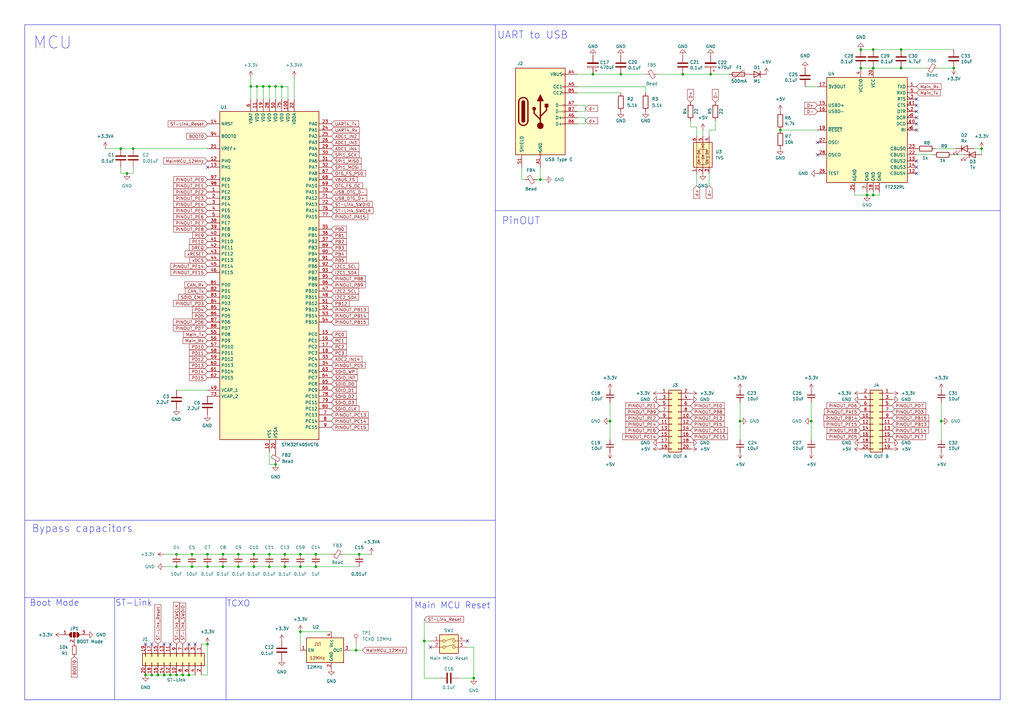
<source format=kicad_sch>
(kicad_sch (version 20250114) (generator "eeschema") (generator_version "9.0")
  (paper "A3")
  (title_block (title "MCU") (date "2025-05-12") (rev "1.0") (company "Robotics"))
  (lib_symbols
    (symbol "Connector:TestPoint" (pin_numbers (hide yes)) (pin_names (offset 0.762) (hide yes))
      (property "Reference" "TP" (at 0 6.858 0))
      (property "Value" "TestPoint" (at 0 5.08 0))
      (symbol "TestPoint_1_1"
        (pin passive line (at 0 0 90) (length 2.54) (name "1") (number "1"))
      )
    )
    (symbol "Connector:USB_C_Receptacle_USB2.0_14P" (pin_names (offset 1.016))
      (property "Reference" "J" (at 0 22.225 0))
      (property "Value" "USB_C_Receptacle_USB2.0_14P" (at 0 19.685 0))
      (symbol "USB_C_Receptacle_USB2.0_14P_1_1"
        (pin passive line (at -7.62 -22.86 90) (length 5.08) (name "SHIELD") (number "S1"))
        (pin passive line (at 0 -22.86 90) (length 5.08) (name "GND") (number "A1"))
        (pin passive line (at 0 -22.86 90) (length 5.08) (hide yes) (name "GND") (number "A12"))
        (pin passive line (at 0 -22.86 90) (length 5.08) (hide yes) (name "GND") (number "B1"))
        (pin passive line (at 0 -22.86 90) (length 5.08) (hide yes) (name "GND") (number "B12"))
        (pin passive line (at 15.24 15.24 180) (length 5.08) (name "VBUS") (number "A4"))
        (pin passive line (at 15.24 15.24 180) (length 5.08) (hide yes) (name "VBUS") (number "A9"))
        (pin passive line (at 15.24 15.24 180) (length 5.08) (hide yes) (name "VBUS") (number "B4"))
        (pin passive line (at 15.24 15.24 180) (length 5.08) (hide yes) (name "VBUS") (number "B9"))
        (pin bidirectional line (at 15.24 10.16 180) (length 5.08) (name "CC1") (number "A5"))
        (pin bidirectional line (at 15.24 7.62 180) (length 5.08) (name "CC2") (number "B5"))
        (pin bidirectional line (at 15.24 2.54 180) (length 5.08) (name "D-") (number "A7"))
        (pin bidirectional line (at 15.24 0 180) (length 5.08) (name "D-") (number "B7"))
        (pin bidirectional line (at 15.24 -2.54 180) (length 5.08) (name "D+") (number "A6"))
        (pin bidirectional line (at 15.24 -5.08 180) (length 5.08) (name "D+") (number "B6"))
      )
    )
    (symbol "Connector_Generic:Conn_02x10_Odd_Even" (pin_names (offset 1.016) (hide yes))
      (property "Reference" "J" (at 1.27 12.7 0))
      (property "Value" "Conn_02x10_Odd_Even" (at 1.27 -15.24 0))
      (symbol "Conn_02x10_Odd_Even_1_1"
        (pin passive line (at -5.08 10.16 0) (length 3.81) (name "Pin_1") (number "1"))
        (pin passive line (at -5.08 7.62 0) (length 3.81) (name "Pin_3") (number "3"))
        (pin passive line (at -5.08 5.08 0) (length 3.81) (name "Pin_5") (number "5"))
        (pin passive line (at -5.08 2.54 0) (length 3.81) (name "Pin_7") (number "7"))
        (pin passive line (at -5.08 0 0) (length 3.81) (name "Pin_9") (number "9"))
        (pin passive line (at -5.08 -2.54 0) (length 3.81) (name "Pin_11") (number "11"))
        (pin passive line (at -5.08 -5.08 0) (length 3.81) (name "Pin_13") (number "13"))
        (pin passive line (at -5.08 -7.62 0) (length 3.81) (name "Pin_15") (number "15"))
        (pin passive line (at -5.08 -10.16 0) (length 3.81) (name "Pin_17") (number "17"))
        (pin passive line (at -5.08 -12.7 0) (length 3.81) (name "Pin_19") (number "19"))
        (pin passive line (at 7.62 10.16 180) (length 3.81) (name "Pin_2") (number "2"))
        (pin passive line (at 7.62 7.62 180) (length 3.81) (name "Pin_4") (number "4"))
        (pin passive line (at 7.62 5.08 180) (length 3.81) (name "Pin_6") (number "6"))
        (pin passive line (at 7.62 2.54 180) (length 3.81) (name "Pin_8") (number "8"))
        (pin passive line (at 7.62 0 180) (length 3.81) (name "Pin_10") (number "10"))
        (pin passive line (at 7.62 -2.54 180) (length 3.81) (name "Pin_12") (number "12"))
        (pin passive line (at 7.62 -5.08 180) (length 3.81) (name "Pin_14") (number "14"))
        (pin passive line (at 7.62 -7.62 180) (length 3.81) (name "Pin_16") (number "16"))
        (pin passive line (at 7.62 -10.16 180) (length 3.81) (name "Pin_18") (number "18"))
        (pin passive line (at 7.62 -12.7 180) (length 3.81) (name "Pin_20") (number "20"))
      )
    )
    (symbol "Device:C" (pin_numbers (hide yes)) (pin_names (offset 0.254))
      (property "Reference" "C" (at 0.635 2.54 0))
      (property "Value" "C" (at 0.635 -2.54 0))
      (symbol "C_1_1"
        (pin passive line (at 0 3.81 270) (length 2.794) (name "~") (number "1"))
        (pin passive line (at 0 -3.81 90) (length 2.794) (name "~") (number "2"))
      )
    )
    (symbol "Device:C_Polarized" (pin_numbers (hide yes)) (pin_names (offset 0.254))
      (property "Reference" "C" (at 0.635 2.54 0))
      (property "Value" "C_Polarized" (at 0.635 -2.54 0))
      (symbol "C_Polarized_1_1"
        (pin passive line (at 0 3.81 270) (length 2.794) (name "~") (number "1"))
        (pin passive line (at 0 -3.81 90) (length 2.794) (name "~") (number "2"))
      )
    )
    (symbol "Device:C_Small" (pin_numbers (hide yes)) (pin_names (offset 0.254) (hide yes))
      (property "Reference" "C" (at 0.254 1.778 0))
      (property "Value" "C_Small" (at 0.254 -2.032 0))
      (symbol "C_Small_1_1"
        (pin passive line (at 0 2.54 270) (length 2.032) (name "~") (number "1"))
        (pin passive line (at 0 -2.54 90) (length 2.032) (name "~") (number "2"))
      )
    )
    (symbol "Device:D" (pin_numbers (hide yes)) (pin_names (offset 1.016) (hide yes))
      (property "Reference" "D" (at 0 2.54 0))
      (property "Value" "D" (at 0 -2.54 0))
      (symbol "D_1_1"
        (pin passive line (at -3.81 0 0) (length 2.54) (name "K") (number "1"))
        (pin passive line (at 3.81 0 180) (length 2.54) (name "A") (number "2"))
      )
    )
    (symbol "Device:FerriteBead_Small" (pin_numbers (hide yes)) (pin_names (offset 0))
      (property "Reference" "FB" (at 1.905 1.27 0))
      (property "Value" "FerriteBead_Small" (at 1.905 -1.27 0))
      (symbol "FerriteBead_Small_1_1"
        (pin passive line (at 0 2.54 270) (length 1.27) (name "~") (number "1"))
        (pin passive line (at 0 -2.54 90) (length 1.27) (name "~") (number "2"))
      )
    )
    (symbol "Device:LED" (pin_numbers (hide yes)) (pin_names (offset 1.016) (hide yes))
      (property "Reference" "D" (at 0 2.54 0))
      (property "Value" "LED" (at 0 -2.54 0))
      (symbol "LED_1_1"
        (pin passive line (at -3.81 0 0) (length 2.54) (name "K") (number "1"))
        (pin passive line (at 3.81 0 180) (length 2.54) (name "A") (number "2"))
      )
    )
    (symbol "Device:Polyfuse" (pin_numbers (hide yes)) (pin_names (offset 0))
      (property "Reference" "F" (at -2.54 0 90))
      (property "Value" "Polyfuse" (at 2.54 0 90))
      (symbol "Polyfuse_1_1"
        (pin passive line (at 0 3.81 270) (length 1.27) (name "~") (number "1"))
        (pin passive line (at 0 -3.81 90) (length 1.27) (name "~") (number "2"))
      )
    )
    (symbol "Device:R" (pin_numbers (hide yes)) (pin_names (offset 0))
      (property "Reference" "R" (at 2.032 0 90))
      (property "Value" "R" (at 0 0 90))
      (symbol "R_1_1"
        (pin passive line (at 0 3.81 270) (length 1.27) (name "~") (number "1"))
        (pin passive line (at 0 -3.81 90) (length 1.27) (name "~") (number "2"))
      )
    )
    (symbol "Device:R_Small" (pin_numbers (hide yes)) (pin_names (offset 0.254) (hide yes))
      (property "Reference" "R" (at 0.762 0.508 0))
      (property "Value" "R_Small" (at 0.762 -1.016 0))
      (symbol "R_Small_1_1"
        (pin passive line (at 0 2.54 270) (length 0.762) (name "~") (number "1"))
        (pin passive line (at 0 -2.54 90) (length 0.762) (name "~") (number "2"))
      )
    )
    (symbol "Interface_USB:FT232RL"
      (property "Reference" "U" (at -16.51 22.86 0))
      (property "Value" "FT232RL" (at 10.16 22.86 0))
      (symbol "FT232RL_1_1"
        (pin power_out line (at -20.32 17.78 0) (length 3.81) (name "3V3OUT") (number "17"))
        (pin bidirectional line (at -20.32 10.16 0) (length 3.81) (name "USBD+") (number "15"))
        (pin bidirectional line (at -20.32 7.62 0) (length 3.81) (name "USBD-") (number "16"))
        (pin input line (at -20.32 0 0) (length 3.81) (name "~{RESET}") (number "19"))
        (pin input line (at -20.32 -5.08 0) (length 3.81) (name "OSCI") (number "27"))
        (pin output line (at -20.32 -10.16 0) (length 3.81) (name "OSCO") (number "28"))
        (pin input line (at -20.32 -17.78 0) (length 3.81) (name "TEST") (number "26"))
        (pin power_in line (at -5.08 -25.4 90) (length 3.81) (name "AGND") (number "25"))
        (pin power_in line (at -2.54 25.4 270) (length 3.81) (name "VCCIO") (number "4"))
        (pin power_in line (at 0 -25.4 90) (length 3.81) (name "GND") (number "7"))
        (pin power_in line (at 2.54 25.4 270) (length 3.81) (name "VCC") (number "20"))
        (pin power_in line (at 2.54 -25.4 90) (length 3.81) (name "GND") (number "18"))
        (pin power_in line (at 5.08 -25.4 90) (length 3.81) (name "GND") (number "21"))
        (pin output line (at 20.32 17.78 180) (length 3.81) (name "TXD") (number "1"))
        (pin input line (at 20.32 15.24 180) (length 3.81) (name "RXD") (number "5"))
        (pin output output_low (at 20.32 12.7 180) (length 3.81) (name "RTS") (number "3"))
        (pin input input_low (at 20.32 10.16 180) (length 3.81) (name "CTS") (number "11"))
        (pin output output_low (at 20.32 7.62 180) (length 3.81) (name "DTR") (number "2"))
        (pin input input_low (at 20.32 5.08 180) (length 3.81) (name "DCR") (number "9"))
        (pin input input_low (at 20.32 2.54 180) (length 3.81) (name "DCD") (number "10"))
        (pin input input_low (at 20.32 0 180) (length 3.81) (name "RI") (number "6"))
        (pin bidirectional line (at 20.32 -7.62 180) (length 3.81) (name "CBUS0") (number "23"))
        (pin bidirectional line (at 20.32 -10.16 180) (length 3.81) (name "CBUS1") (number "22"))
        (pin bidirectional line (at 20.32 -12.7 180) (length 3.81) (name "CBUS2") (number "13"))
        (pin bidirectional line (at 20.32 -15.24 180) (length 3.81) (name "CBUS3") (number "14"))
        (pin bidirectional line (at 20.32 -17.78 180) (length 3.81) (name "CBUS4") (number "12"))
      )
    )
    (symbol "Jumper:SolderJumper_3_Open" (pin_names (offset 0) (hide yes)) (exclude_from_sim yes) (in_bom no)
      (property "Reference" "JP" (at -2.54 -2.54 0))
      (property "Value" "SolderJumper_3_Open" (at 0 2.794 0))
      (symbol "SolderJumper_3_Open_1_1"
        (pin passive line (at -5.08 0 0) (length 2.54) (name "A") (number "1"))
        (pin passive line (at 0 -3.81 90) (length 2.54) (name "C") (number "2"))
        (pin passive line (at 5.08 0 180) (length 2.54) (name "B") (number "3"))
      )
    )
    (symbol "MCU_ST_STM32F4:STM32F405VGTx"
      (property "Reference" "U" (at -20.32 69.85 0))
      (property "Value" "STM32F405VGTx" (at 12.7 69.85 0))
      (symbol "STM32F405VGTx_1_1"
        (pin input line (at -25.4 63.5 0) (length 5.08) (name "NRST") (number "14"))
        (pin input line (at -25.4 58.42 0) (length 5.08) (name "BOOT0") (number "94"))
        (pin input line (at -25.4 53.34 0) (length 5.08) (name "VREF+") (number "21"))
        (pin bidirectional line (at -25.4 48.26 0) (length 5.08) (name "PH0") (number "12"))
        (pin bidirectional line (at -25.4 45.72 0) (length 5.08) (name "PH1") (number "13"))
        (pin bidirectional line (at -25.4 40.64 0) (length 5.08) (name "PE0") (number "97"))
        (pin bidirectional line (at -25.4 38.1 0) (length 5.08) (name "PE1") (number "98"))
        (pin bidirectional line (at -25.4 35.56 0) (length 5.08) (name "PE2") (number "1"))
        (pin bidirectional line (at -25.4 33.02 0) (length 5.08) (name "PE3") (number "2"))
        (pin bidirectional line (at -25.4 30.48 0) (length 5.08) (name "PE4") (number "3"))
        (pin bidirectional line (at -25.4 27.94 0) (length 5.08) (name "PE5") (number "4"))
        (pin bidirectional line (at -25.4 25.4 0) (length 5.08) (name "PE6") (number "5"))
        (pin bidirectional line (at -25.4 22.86 0) (length 5.08) (name "PE7") (number "38"))
        (pin bidirectional line (at -25.4 20.32 0) (length 5.08) (name "PE8") (number "39"))
        (pin bidirectional line (at -25.4 17.78 0) (length 5.08) (name "PE9") (number "40"))
        (pin bidirectional line (at -25.4 15.24 0) (length 5.08) (name "PE10") (number "41"))
        (pin bidirectional line (at -25.4 12.7 0) (length 5.08) (name "PE11") (number "42"))
        (pin bidirectional line (at -25.4 10.16 0) (length 5.08) (name "PE12") (number "43"))
        (pin bidirectional line (at -25.4 7.62 0) (length 5.08) (name "PE13") (number "44"))
        (pin bidirectional line (at -25.4 5.08 0) (length 5.08) (name "PE14") (number "45"))
        (pin bidirectional line (at -25.4 2.54 0) (length 5.08) (name "PE15") (number "46"))
        (pin bidirectional line (at -25.4 -2.54 0) (length 5.08) (name "PD0") (number "81"))
        (pin bidirectional line (at -25.4 -5.08 0) (length 5.08) (name "PD1") (number "82"))
        (pin bidirectional line (at -25.4 -7.62 0) (length 5.08) (name "PD2") (number "83"))
        (pin bidirectional line (at -25.4 -10.16 0) (length 5.08) (name "PD3") (number "84"))
        (pin bidirectional line (at -25.4 -12.7 0) (length 5.08) (name "PD4") (number "85"))
        (pin bidirectional line (at -25.4 -15.24 0) (length 5.08) (name "PD5") (number "86"))
        (pin bidirectional line (at -25.4 -17.78 0) (length 5.08) (name "PD6") (number "87"))
        (pin bidirectional line (at -25.4 -20.32 0) (length 5.08) (name "PD7") (number "88"))
        (pin bidirectional line (at -25.4 -22.86 0) (length 5.08) (name "PD8") (number "55"))
        (pin bidirectional line (at -25.4 -25.4 0) (length 5.08) (name "PD9") (number "56"))
        (pin bidirectional line (at -25.4 -27.94 0) (length 5.08) (name "PD10") (number "57"))
        (pin bidirectional line (at -25.4 -30.48 0) (length 5.08) (name "PD11") (number "58"))
        (pin bidirectional line (at -25.4 -33.02 0) (length 5.08) (name "PD12") (number "59"))
        (pin bidirectional line (at -25.4 -35.56 0) (length 5.08) (name "PD13") (number "60"))
        (pin bidirectional line (at -25.4 -38.1 0) (length 5.08) (name "PD14") (number "61"))
        (pin bidirectional line (at -25.4 -40.64 0) (length 5.08) (name "PD15") (number "62"))
        (pin power_out line (at -25.4 -45.72 0) (length 5.08) (name "VCAP_1") (number "49"))
        (pin power_out line (at -25.4 -48.26 0) (length 5.08) (name "VCAP_2") (number "73"))
        (pin power_in line (at -7.62 73.66 270) (length 5.08) (name "VBAT") (number "6"))
        (pin power_in line (at -5.08 73.66 270) (length 5.08) (name "VDD") (number "11"))
        (pin power_in line (at -2.54 73.66 270) (length 5.08) (name "VDD") (number "19"))
        (pin power_in line (at 0 73.66 270) (length 5.08) (name "VDD") (number "28"))
        (pin power_in line (at 0 -71.12 90) (length 5.08) (name "VSS") (number "10"))
        (pin passive line (at 0 -71.12 90) (length 5.08) (hide yes) (name "VSS") (number "27"))
        (pin passive line (at 0 -71.12 90) (length 5.08) (hide yes) (name "VSS") (number "74"))
        (pin passive line (at 0 -71.12 90) (length 5.08) (hide yes) (name "VSS") (number "99"))
        (pin power_in line (at 2.54 73.66 270) (length 5.08) (name "VDD") (number "50"))
        (pin power_in line (at 2.54 -71.12 90) (length 5.08) (name "VSSA") (number "20"))
        (pin power_in line (at 5.08 73.66 270) (length 5.08) (name "VDD") (number "75"))
        (pin power_in line (at 7.62 73.66 270) (length 5.08) (name "VDD") (number "100"))
        (pin power_in line (at 10.16 73.66 270) (length 5.08) (name "VDDA") (number "22"))
        (pin bidirectional line (at 25.4 63.5 180) (length 5.08) (name "PA0") (number "23"))
        (pin bidirectional line (at 25.4 60.96 180) (length 5.08) (name "PA1") (number "24"))
        (pin bidirectional line (at 25.4 58.42 180) (length 5.08) (name "PA2") (number "25"))
        (pin bidirectional line (at 25.4 55.88 180) (length 5.08) (name "PA3") (number "26"))
        (pin bidirectional line (at 25.4 53.34 180) (length 5.08) (name "PA4") (number "29"))
        (pin bidirectional line (at 25.4 50.8 180) (length 5.08) (name "PA5") (number "30"))
        (pin bidirectional line (at 25.4 48.26 180) (length 5.08) (name "PA6") (number "31"))
        (pin bidirectional line (at 25.4 45.72 180) (length 5.08) (name "PA7") (number "32"))
        (pin bidirectional line (at 25.4 43.18 180) (length 5.08) (name "PA8") (number "67"))
        (pin bidirectional line (at 25.4 40.64 180) (length 5.08) (name "PA9") (number "68"))
        (pin bidirectional line (at 25.4 38.1 180) (length 5.08) (name "PA10") (number "69"))
        (pin bidirectional line (at 25.4 35.56 180) (length 5.08) (name "PA11") (number "70"))
        (pin bidirectional line (at 25.4 33.02 180) (length 5.08) (name "PA12") (number "71"))
        (pin bidirectional line (at 25.4 30.48 180) (length 5.08) (name "PA13") (number "72"))
        (pin bidirectional line (at 25.4 27.94 180) (length 5.08) (name "PA14") (number "76"))
        (pin bidirectional line (at 25.4 25.4 180) (length 5.08) (name "PA15") (number "77"))
        (pin bidirectional line (at 25.4 20.32 180) (length 5.08) (name "PB0") (number "35"))
        (pin bidirectional line (at 25.4 17.78 180) (length 5.08) (name "PB1") (number "36"))
        (pin bidirectional line (at 25.4 15.24 180) (length 5.08) (name "PB2") (number "37"))
        (pin bidirectional line (at 25.4 12.7 180) (length 5.08) (name "PB3") (number "89"))
        (pin bidirectional line (at 25.4 10.16 180) (length 5.08) (name "PB4") (number "90"))
        (pin bidirectional line (at 25.4 7.62 180) (length 5.08) (name "PB5") (number "91"))
        (pin bidirectional line (at 25.4 5.08 180) (length 5.08) (name "PB6") (number "92"))
        (pin bidirectional line (at 25.4 2.54 180) (length 5.08) (name "PB7") (number "93"))
        (pin bidirectional line (at 25.4 0 180) (length 5.08) (name "PB8") (number "95"))
        (pin bidirectional line (at 25.4 -2.54 180) (length 5.08) (name "PB9") (number "96"))
        (pin bidirectional line (at 25.4 -5.08 180) (length 5.08) (name "PB10") (number "47"))
        (pin bidirectional line (at 25.4 -7.62 180) (length 5.08) (name "PB11") (number "48"))
        (pin bidirectional line (at 25.4 -10.16 180) (length 5.08) (name "PB12") (number "51"))
        (pin bidirectional line (at 25.4 -12.7 180) (length 5.08) (name "PB13") (number "52"))
        (pin bidirectional line (at 25.4 -15.24 180) (length 5.08) (name "PB14") (number "53"))
        (pin bidirectional line (at 25.4 -17.78 180) (length 5.08) (name "PB15") (number "54"))
        (pin bidirectional line (at 25.4 -22.86 180) (length 5.08) (name "PC0") (number "15"))
        (pin bidirectional line (at 25.4 -25.4 180) (length 5.08) (name "PC1") (number "16"))
        (pin bidirectional line (at 25.4 -27.94 180) (length 5.08) (name "PC2") (number "17"))
        (pin bidirectional line (at 25.4 -30.48 180) (length 5.08) (name "PC3") (number "18"))
        (pin bidirectional line (at 25.4 -33.02 180) (length 5.08) (name "PC4") (number "33"))
        (pin bidirectional line (at 25.4 -35.56 180) (length 5.08) (name "PC5") (number "34"))
        (pin bidirectional line (at 25.4 -38.1 180) (length 5.08) (name "PC6") (number "63"))
        (pin bidirectional line (at 25.4 -40.64 180) (length 5.08) (name "PC7") (number "64"))
        (pin bidirectional line (at 25.4 -43.18 180) (length 5.08) (name "PC8") (number "65"))
        (pin bidirectional line (at 25.4 -45.72 180) (length 5.08) (name "PC9") (number "66"))
        (pin bidirectional line (at 25.4 -48.26 180) (length 5.08) (name "PC10") (number "78"))
        (pin bidirectional line (at 25.4 -50.8 180) (length 5.08) (name "PC11") (number "79"))
        (pin bidirectional line (at 25.4 -53.34 180) (length 5.08) (name "PC12") (number "80"))
        (pin bidirectional line (at 25.4 -55.88 180) (length 5.08) (name "PC13") (number "7"))
        (pin bidirectional line (at 25.4 -58.42 180) (length 5.08) (name "PC14") (number "8"))
        (pin bidirectional line (at 25.4 -60.96 180) (length 5.08) (name "PC15") (number "9"))
      )
    )
    (symbol "MY_CLK:TCXO-12MHz_3OUT"
      (property "Reference" "U" (at -6.35 7.62 0))
      (property "Value" "TCXO-12MHz_3OUT" (at 0 -11.43 0))
      (symbol "TCXO-12MHz_3OUT_0_0"
        (text "12MHz" (at -3.175 -3.175 0) (effects (font (size 1.27 1.27))))
      )
      (symbol "TCXO-12MHz_3OUT_1_1"
        (pin input line (at -10.16 0 0) (length 2.54) (name "EN") (number "1"))
        (pin power_in line (at 2.54 7.62 270) (length 2.54) (name "Vcc") (number "4"))
        (pin power_in line (at 2.54 -7.62 90) (length 2.54) (name "GND") (number "2"))
        (pin output line (at 10.16 0 180) (length 2.54) (name "OUT") (number "3"))
      )
    )
    (symbol "Power_Protection:WE-TVS-82400102"
      (property "Reference" "U" (at 0 7.62 0))
      (property "Value" "WE-TVS-82400102" (at 0 5.08 0))
      (symbol "WE-TVS-82400102_1_1"
        (pin passive line (at -7.62 2.54 0) (length 2.54) (name "~") (number "1"))
        (pin passive line (at -7.62 0 0) (length 2.54) (name "~") (number "2"))
        (pin passive line (at -7.62 -2.54 0) (length 2.54) (name "~") (number "3"))
        (pin passive line (at 7.62 2.54 180) (length 2.54) (name "~") (number "6"))
        (pin passive line (at 7.62 0 180) (length 2.54) (name "~") (number "5"))
        (pin passive line (at 7.62 -2.54 180) (length 2.54) (name "~") (number "4"))
      )
    )
    (symbol "STM32F4개발보드-rescue:GND-nixie-cache" (power) (pin_names (offset 0))
      (property "Value" "GND-nixie-cache" (at 0 -3.81 0))
      (symbol "GND-nixie-cache_1_1"
        (pin power_in line (at 0 0 270) (length 0) (hide yes) (name "GND") (number "1"))
      )
    )
    (symbol "Switch:SW_DIP_x02" (pin_names (offset 0) (hide yes))
      (property "Reference" "SW" (at 0 6.35 0))
      (property "Value" "SW_DIP_x02" (at 0 -3.81 0))
      (symbol "SW_DIP_x02_1_1"
        (pin passive line (at -7.62 2.54 0) (length 5.08) (name "~") (number "1"))
        (pin passive line (at -7.62 0 0) (length 5.08) (name "~") (number "2"))
        (pin passive line (at 7.62 2.54 180) (length 5.08) (name "~") (number "4"))
        (pin passive line (at 7.62 0 180) (length 5.08) (name "~") (number "3"))
      )
    )
    (symbol "nixie-cache:GND" (power) (pin_names (offset 0))
      (property "Value" "GND" (at 0 -3.81 0))
      (symbol "GND_1_1"
        (pin power_in line (at 0 0 270) (length 0) (hide yes) (name "GND") (number "1"))
      )
    )
    (symbol "power:+3.3V" (power) (pin_numbers (hide yes)) (pin_names (offset 0) (hide yes))
      (property "Value" "+3.3V" (at 0 3.556 0))
      (symbol "+3.3V_1_1"
        (pin power_in line (at 0 0 90) (length 0) (name "~") (number "1"))
      )
    )
    (symbol "power:+3.3VA" (power) (pin_numbers (hide yes)) (pin_names (offset 0) (hide yes))
      (property "Value" "+3.3VA" (at 0 3.556 0))
      (symbol "+3.3VA_1_1"
        (pin power_in line (at 0 0 90) (length 0) (name "~") (number "1"))
      )
    )
    (symbol "power:+5V" (power) (pin_numbers (hide yes)) (pin_names (offset 0) (hide yes))
      (property "Value" "+5V" (at 0 3.556 0))
      (symbol "+5V_1_1"
        (pin power_in line (at 0 0 90) (length 0) (name "~") (number "1"))
      )
    )
    (symbol "power:GND" (power) (pin_numbers (hide yes)) (pin_names (offset 0) (hide yes))
      (property "Value" "GND" (at 0 -3.81 0))
      (symbol "GND_1_1"
        (pin power_in line (at 0 0 270) (length 0) (name "~") (number "1"))
      )
    )
  )
  (text "UART to USB" (at 203.835 16.256 0) (effects (font (size 3 3)) (justify left bottom)))
  (text "Bypass capacitors" (at 33.782 216.916 0) (effects (font (size 3 3))))
  (text "TCXO" (at 97.79 247.65 0) (effects (font (size 2.54 2.54))))
  (text "MCU" (at 13.462 20.574 0) (effects (font (size 5 5)) (justify left bottom)))
  (text "Main MCU Reset" (at 169.926 249.936 0) (effects (font (size 2.54 2.54)) (justify left bottom)))
  (text "Boot Mode" (at 22.352 247.396 0) (effects (font (size 2.54 2.54))))
  (text "ST-Link" (at 54.864 247.396 0) (effects (font (size 2.54 2.54))))
  (text "PinOUT" (at 205.74 92.456 0) (effects (font (size 3 3)) (justify left bottom)))
  (junction (at 391.16 27.94))
  (junction (at 110.49 232.41))
  (junction (at 54.61 60.96))
  (junction (at 74.93 276.86))
  (junction (at 91.44 227.33))
  (junction (at 85.09 232.41))
  (junction (at 146.05 266.7))
  (junction (at 97.79 232.41))
  (junction (at 353.06 20.32))
  (junction (at 358.14 20.32))
  (junction (at 129.54 232.41))
  (junction (at 72.39 276.86))
  (junction (at 402.59 60.96))
  (junction (at 104.14 227.33))
  (junction (at 123.19 232.41))
  (junction (at 123.19 259.08))
  (junction (at 115.57 35.56))
  (junction (at 77.47 276.86))
  (junction (at 91.44 232.41))
  (junction (at 107.95 35.4583))
  (junction (at 291.465 30.48))
  (junction (at 116.84 227.33))
  (junction (at 129.54 227.33))
  (junction (at 78.74 232.41))
  (junction (at 62.23 276.86))
  (junction (at 303.53 172.72))
  (junction (at 97.79 227.33))
  (junction (at 123.19 227.33))
  (junction (at 221.615 73.66))
  (junction (at 113.03 35.4583))
  (junction (at 250.19 172.72))
  (junction (at 320.04 53.34))
  (junction (at 85.09 264.16))
  (junction (at 110.49 227.33))
  (junction (at 72.39 227.33))
  (junction (at 85.09 227.33))
  (junction (at 358.14 27.94))
  (junction (at 280.035 30.48))
  (junction (at 386.08 172.72))
  (junction (at 110.49 35.4583))
  (junction (at 353.06 27.94))
  (junction (at 59.69 276.86))
  (junction (at 52.07 71.12))
  (junction (at 173.99 262.89))
  (junction (at 49.53 60.96))
  (junction (at 69.85 276.86))
  (junction (at 243.205 30.48))
  (junction (at 78.74 227.33))
  (junction (at 194.31 278.13))
  (junction (at 254.635 30.48))
  (junction (at 104.14 232.41))
  (junction (at 67.31 276.86))
  (junction (at 72.39 232.41))
  (junction (at 116.84 232.41))
  (junction (at 102.87 35.4583))
  (junction (at 105.41 35.4583))
  (junction (at 369.57 20.32))
  (junction (at 369.57 27.94))
  (junction (at 358.14 80.01))
  (junction (at 147.32 227.33))
  (junction (at 355.6 80.01))
  (junction (at 332.74 172.72))
  (junction (at 113.03 190.5))
  (junction (at 64.77 276.86))
  (no_connect (at 375.92 50.8))
  (no_connect (at 375.92 43.18))
  (no_connect (at 85.09 68.58))
  (no_connect (at 375.92 48.26))
  (no_connect (at 375.92 40.64))
  (no_connect (at 59.69 264.16))
  (no_connect (at 375.92 45.72))
  (no_connect (at 335.28 58.42))
  (no_connect (at 191.77 262.89))
  (no_connect (at 375.92 53.34))
  (no_connect (at 67.31 264.16))
  (no_connect (at 77.47 264.16))
  (no_connect (at 176.53 265.43))
  (no_connect (at 62.23 264.16))
  (no_connect (at 375.92 66.04))
  (no_connect (at 335.28 63.5))
  (no_connect (at 69.85 264.16))
  (no_connect (at 375.92 71.12))
  (no_connect (at 375.92 68.58))
  (no_connect (at 80.01 264.16))
  (wire (pts (xy 115.57 35.56) (xy 118.11 35.56)))
  (wire (pts (xy 110.49 35.4583) (xy 113.03 35.4583)))
  (wire (pts (xy 67.31 232.41) (xy 72.39 232.41)))
  (wire (pts (xy 290.83 53.34) (xy 290.83 55.88)))
  (wire (pts (xy 358.14 80.01) (xy 360.68 80.01)))
  (wire (pts (xy 213.995 73.66) (xy 213.995 68.58)))
  (wire (pts (xy 113.03 35.4583) (xy 113.03 40.64)))
  (polyline (pts (xy 10.16 287.02) (xy 410.21 287.02)))
  (polyline (pts (xy 193.04 214.63) (xy 193.04 214.63)))
  (wire (pts (xy 72.39 227.33) (xy 78.74 227.33)))
  (wire (pts (xy 110.49 185.42) (xy 110.49 190.5)))
  (wire (pts (xy 353.06 27.94) (xy 358.14 27.94)))
  (wire (pts (xy 129.54 227.33) (xy 135.89 227.33)))
  (wire (pts (xy 116.84 232.41) (xy 123.19 232.41)))
  (wire (pts (xy 110.49 35.4583) (xy 110.49 40.64)))
  (wire (pts (xy 147.32 227.33) (xy 152.4 227.33)))
  (wire (pts (xy 187.96 278.13) (xy 194.31 278.13)))
  (wire (pts (xy 215.265 73.66) (xy 213.995 73.66)))
  (wire (pts (xy 54.61 60.96) (xy 85.09 60.96)))
  (wire (pts (xy 115.57 35.56) (xy 115.57 40.64)))
  (polyline (pts (xy 168.91 245.11) (xy 168.91 284.48)))
  (wire (pts (xy 107.95 35.4583) (xy 107.95 40.64)))
  (polyline (pts (xy 168.91 245.11) (xy 203.2 245.11)))
  (wire (pts (xy 236.855 43.18) (xy 240.03 43.18)))
  (wire (pts (xy 303.53 172.72) (xy 303.53 165.1)))
  (wire (pts (xy 64.77 276.86) (xy 67.31 276.86)))
  (wire (pts (xy 221.615 73.66) (xy 221.615 68.58)))
  (wire (pts (xy 85.09 264.16) (xy 85.09 276.86)))
  (wire (pts (xy 288.29 53.34) (xy 288.29 55.88)))
  (wire (pts (xy 382.905 63.5) (xy 375.92 63.5)))
  (wire (pts (xy 110.49 232.41) (xy 116.84 232.41)))
  (wire (pts (xy 62.23 276.86) (xy 64.77 276.86)))
  (wire (pts (xy 355.6 80.01) (xy 358.14 80.01)))
  (wire (pts (xy 240.03 45.72) (xy 236.855 45.72)))
  (wire (pts (xy 243.205 30.48) (xy 254.635 30.48)))
  (wire (pts (xy 107.95 35.4583) (xy 110.49 35.4583)))
  (wire (pts (xy 148.59 266.7) (xy 146.05 266.7)))
  (wire (pts (xy 369.57 20.32) (xy 391.16 20.32)))
  (wire (pts (xy 350.52 80.01) (xy 355.6 80.01)))
  (wire (pts (xy 116.84 227.33) (xy 123.19 227.33)))
  (wire (pts (xy 236.855 38.1) (xy 254.635 38.1)))
  (wire (pts (xy 78.74 232.41) (xy 85.09 232.41)))
  (wire (pts (xy 105.41 35.4583) (xy 107.95 35.4583)))
  (polyline (pts (xy 92.71 245.11) (xy 92.71 284.48)))
  (wire (pts (xy 386.08 172.72) (xy 386.08 165.1)))
  (wire (pts (xy 123.19 227.33) (xy 129.54 227.33)))
  (wire (pts (xy 285.75 55.88) (xy 285.75 52.07)))
  (wire (pts (xy 285.75 52.07) (xy 283.21 52.07)))
  (wire (pts (xy 146.05 264.16) (xy 146.05 266.7)))
  (wire (pts (xy 110.49 227.33) (xy 116.84 227.33)))
  (wire (pts (xy 358.14 27.94) (xy 369.57 27.94)))
  (wire (pts (xy 173.99 262.89) (xy 173.99 278.13)))
  (wire (pts (xy 72.39 232.41) (xy 78.74 232.41)))
  (wire (pts (xy 72.39 160.02) (xy 85.09 160.02)))
  (polyline (pts (xy 410.21 10.16) (xy 410.21 287.02)))
  (wire (pts (xy 240.03 48.26) (xy 240.03 50.8)))
  (wire (pts (xy 194.31 265.43) (xy 191.77 265.43)))
  (wire (pts (xy 97.79 232.41) (xy 104.14 232.41)))
  (wire (pts (xy 240.03 43.18) (xy 240.03 45.72)))
  (wire (pts (xy 85.09 227.33) (xy 91.44 227.33)))
  (wire (pts (xy 67.31 276.86) (xy 69.85 276.86)))
  (wire (pts (xy 283.21 52.07) (xy 283.21 49.53)))
  (wire (pts (xy 59.69 276.86) (xy 62.23 276.86)))
  (wire (pts (xy 358.14 78.74) (xy 358.14 80.01)))
  (wire (pts (xy 399.415 60.96) (xy 402.59 60.96)))
  (wire (pts (xy 67.31 227.33) (xy 72.39 227.33)))
  (wire (pts (xy 358.14 20.32) (xy 369.57 20.32)))
  (wire (pts (xy 250.19 172.72) (xy 250.19 180.34)))
  (polyline (pts (xy 203.2 10.16) (xy 203.2 245.11)))
  (wire (pts (xy 240.03 50.8) (xy 236.855 50.8)))
  (wire (pts (xy 330.2 35.56) (xy 335.28 35.56)))
  (wire (pts (xy 332.74 172.72) (xy 332.74 165.1)))
  (wire (pts (xy 353.06 20.32) (xy 358.14 20.32)))
  (wire (pts (xy 236.855 48.26) (xy 240.03 48.26)))
  (wire (pts (xy 350.52 78.74) (xy 350.52 80.01)))
  (wire (pts (xy 146.05 266.7) (xy 143.51 266.7)))
  (wire (pts (xy 254.635 30.48) (xy 264.795 30.48)))
  (wire (pts (xy 173.99 278.13) (xy 180.34 278.13)))
  (wire (pts (xy 102.87 35.4583) (xy 105.41 35.4583)))
  (wire (pts (xy 43.18 60.96) (xy 49.53 60.96)))
  (wire (pts (xy 123.19 259.08) (xy 135.89 259.08)))
  (wire (pts (xy 82.55 264.16) (xy 85.09 264.16)))
  (wire (pts (xy 194.31 265.43) (xy 194.31 278.13)))
  (wire (pts (xy 74.93 276.86) (xy 77.47 276.86)))
  (wire (pts (xy 69.85 276.86) (xy 72.39 276.86)))
  (wire (pts (xy 102.87 35.4583) (xy 102.87 40.64)))
  (polyline (pts (xy 92.71 284.48) (xy 92.71 287.02)))
  (wire (pts (xy 77.47 276.86) (xy 80.01 276.86)))
  (wire (pts (xy 97.79 227.33) (xy 104.14 227.33)))
  (wire (pts (xy 220.345 73.66) (xy 221.615 73.66)))
  (wire (pts (xy 123.19 266.7) (xy 123.19 259.08)))
  (wire (pts (xy 320.04 53.34) (xy 335.28 53.34)))
  (wire (pts (xy 52.07 71.12) (xy 49.53 71.12)))
  (polyline (pts (xy 10.16 10.16) (xy 10.16 287.02)))
  (wire (pts (xy 221.615 73.66) (xy 223.52 73.66)))
  (wire (pts (xy 118.11 35.56) (xy 118.11 40.64)))
  (wire (pts (xy 390.525 63.5) (xy 394.97 63.5)))
  (wire (pts (xy 85.09 276.86) (xy 82.55 276.86)))
  (polyline (pts (xy 168.91 284.48) (xy 168.91 287.02)))
  (wire (pts (xy 129.54 232.41) (xy 147.32 232.41)))
  (wire (pts (xy 115.57 35.4583) (xy 115.57 35.56)))
  (wire (pts (xy 173.99 254) (xy 173.99 262.89)))
  (wire (pts (xy 269.875 30.48) (xy 280.035 30.48)))
  (wire (pts (xy 402.59 60.96) (xy 402.59 63.5)))
  (wire (pts (xy 383.54 60.96) (xy 391.795 60.96)))
  (wire (pts (xy 250.19 172.72) (xy 250.19 165.1)))
  (polyline (pts (xy 355.6 86.36) (xy 410.21 86.36)))
  (wire (pts (xy 290.83 71.12) (xy 290.83 76.2)))
  (wire (pts (xy 49.53 60.96) (xy 54.61 60.96)))
  (polyline (pts (xy 10.16 245.11) (xy 168.91 245.11)))
  (wire (pts (xy 285.75 71.12) (xy 285.75 76.2)))
  (wire (pts (xy 104.14 227.33) (xy 110.49 227.33)))
  (wire (pts (xy 113.03 35.4583) (xy 115.57 35.4583)))
  (wire (pts (xy 280.035 30.48) (xy 291.465 30.48)))
  (wire (pts (xy 78.74 227.33) (xy 85.09 227.33)))
  (wire (pts (xy 386.08 172.72) (xy 386.08 180.34)))
  (wire (pts (xy 123.19 232.41) (xy 129.54 232.41)))
  (wire (pts (xy 293.37 49.53) (xy 293.37 53.34)))
  (wire (pts (xy 303.53 172.72) (xy 303.53 180.34)))
  (wire (pts (xy 236.855 35.56) (xy 264.795 35.56)))
  (wire (pts (xy 110.49 190.5) (xy 113.03 190.5)))
  (wire (pts (xy 49.53 68.58) (xy 49.53 71.12)))
  (wire (pts (xy 54.61 68.58) (xy 54.61 71.12)))
  (wire (pts (xy 332.74 172.72) (xy 332.74 180.34)))
  (wire (pts (xy 54.61 71.12) (xy 52.07 71.12)))
  (polyline (pts (xy 46.99 284.48) (xy 46.99 245.11)))
  (wire (pts (xy 173.99 262.89) (xy 176.53 262.89)))
  (wire (pts (xy 104.14 232.41) (xy 110.49 232.41)))
  (polyline (pts (xy 10.16 213.36) (xy 203.2 213.36)))
  (wire (pts (xy 355.6 78.74) (xy 355.6 80.01)))
  (wire (pts (xy 72.39 276.86) (xy 74.93 276.86)))
  (polyline (pts (xy 46.99 284.48) (xy 46.99 287.02)))
  (wire (pts (xy 140.97 227.33) (xy 147.32 227.33)))
  (wire (pts (xy 264.795 35.56) (xy 264.795 38.1)))
  (wire (pts (xy 291.465 30.48) (xy 299.085 30.48)))
  (wire (pts (xy 360.68 80.01) (xy 360.68 78.74)))
  (polyline (pts (xy 10.16 10.16) (xy 410.21 10.16)))
  (wire (pts (xy 120.65 31.75) (xy 120.65 40.64)))
  (wire (pts (xy 105.41 35.4583) (xy 105.41 40.64)))
  (wire (pts (xy 85.09 232.41) (xy 91.44 232.41)))
  (wire (pts (xy 236.855 30.48) (xy 243.205 30.48)))
  (wire (pts (xy 91.44 227.33) (xy 97.79 227.33)))
  (wire (pts (xy 369.57 27.94) (xy 379.73 27.94)))
  (polyline (pts (xy 203.2 245.11) (xy 203.2 287.02)))
  (wire (pts (xy 91.44 232.41) (xy 97.79 232.41)))
  (wire (pts (xy 102.87 31.75) (xy 102.87 35.4583)))
  (polyline (pts (xy 203.2 86.36) (xy 355.6 86.36)))
  (wire (pts (xy 384.81 27.94) (xy 391.16 27.94)))
  (wire (pts (xy 293.37 53.34) (xy 290.83 53.34)))
  (global_label "OTG_FS_PSO" (shape input) (at 135.89 71.12 0) (property "Intersheetrefs" "${INTERSHEET_REFS}" (effects (hide yes))))
  (global_label "CAN_Rx" (shape input) (at 85.09 116.84 180) (property "Intersheetrefs" "${INTERSHEET_REFS}" (effects (hide yes))))
  (global_label "PC2" (shape input) (at 135.89 142.24 0) (effects (font (thickness 0.1588))) (property "Intersheetrefs" "${INTERSHEET_REFS}" (effects (hide yes))))
  (global_label "D+" (shape input) (at 335.28 43.18 180) (property "Intersheetrefs" "${INTERSHEET_REFS}" (effects (hide yes))))
  (global_label "ST-Link_SWCLK" (shape input) (at 135.89 86.36 0) (property "Intersheetrefs" "${INTERSHEET_REFS}" (effects (hide yes))))
  (global_label "PINOUT_PE2" (shape input) (at 85.09 78.74 180) (property "Intersheetrefs" "${INTERSHEET_REFS}" (effects (hide yes))))
  (global_label "I2C2_SDA" (shape input) (at 135.89 121.92 0) (property "Intersheetrefs" "${INTERSHEET_REFS}" (effects (hide yes))))
  (global_label "SDIO_D1" (shape input) (at 135.89 160.02 0) (effects (font (thickness 0.1588))) (property "Intersheetrefs" "${INTERSHEET_REFS}" (effects (hide yes))))
  (global_label "VBUS_FS" (shape input) (at 135.89 73.66 0) (property "Intersheetrefs" "${INTERSHEET_REFS}" (effects (hide yes))))
  (global_label "PD11" (shape input) (at 85.09 144.78 180) (property "Intersheetrefs" "${INTERSHEET_REFS}" (effects (hide yes))))
  (global_label "SDIO_D0" (shape input) (at 135.89 157.48 0) (effects (font (thickness 0.1588))) (property "Intersheetrefs" "${INTERSHEET_REFS}" (effects (hide yes))))
  (global_label "PINOUT_PB9" (shape input) (at 135.89 116.84 0) (property "Intersheetrefs" "${INTERSHEET_REFS}" (effects (hide yes))))
  (global_label "PINOUT_PC14" (shape input) (at 270.51 179.07 180) (property "Intersheetrefs" "${INTERSHEET_REFS}" (effects (hide yes))))
  (global_label "PINOUT_PD6" (shape input) (at 85.09 132.08 180) (property "Intersheetrefs" "${INTERSHEET_REFS}" (effects (hide yes))))
  (global_label "PINOUT_PE4" (shape input) (at 85.09 83.82 180) (property "Intersheetrefs" "${INTERSHEET_REFS}" (effects (hide yes))))
  (global_label "PINOUT_PE15" (shape input) (at 353.06 173.99 180) (property "Intersheetrefs" "${INTERSHEET_REFS}" (effects (hide yes))))
  (global_label "PINOUT_PD3" (shape input) (at 85.09 124.46 180) (property "Intersheetrefs" "${INTERSHEET_REFS}" (effects (hide yes))))
  (global_label "SDIO_INT" (shape input) (at 135.89 154.94 0) (effects (font (thickness 0.1588))) (property "Intersheetrefs" "${INTERSHEET_REFS}" (effects (hide yes))))
  (global_label "SDIO_WP" (shape input) (at 135.89 152.4 0) (effects (font (thickness 0.1588))) (property "Intersheetrefs" "${INTERSHEET_REFS}" (effects (hide yes))))
  (global_label "BOOT0" (shape input) (at 85.09 55.88 180) (property "Intersheetrefs" "${INTERSHEET_REFS}" (effects (hide yes))))
  (global_label "USB_OTG_D-" (shape input) (at 135.89 78.74 0) (property "Intersheetrefs" "${INTERSHEET_REFS}" (effects (hide yes))))
  (global_label "PINOUT_PE5" (shape input) (at 85.09 86.36 180) (property "Intersheetrefs" "${INTERSHEET_REFS}" (effects (hide yes))))
  (global_label "SDIO_CMD" (shape input) (at 85.09 121.92 180) (effects (font (thickness 0.1588))) (property "Intersheetrefs" "${INTERSHEET_REFS}" (effects (hide yes))))
  (global_label "I2C1_SCL" (shape input) (at 135.89 109.22 0) (property "Intersheetrefs" "${INTERSHEET_REFS}" (effects (hide yes))))
  (global_label "PINOUT_PD6" (shape input) (at 353.06 166.37 180) (property "Intersheetrefs" "${INTERSHEET_REFS}" (effects (hide yes))))
  (global_label "ST-Link_SWCLK" (shape input) (at 72.39 264.16 90) (property "Intersheetrefs" "${INTERSHEET_REFS}" (effects (hide yes))))
  (global_label "PB0" (shape input) (at 135.89 93.98 0) (property "Intersheetrefs" "${INTERSHEET_REFS}" (effects (hide yes))))
  (global_label "PB5" (shape input) (at 135.89 106.68 0) (property "Intersheetrefs" "${INTERSHEET_REFS}" (effects (hide yes))))
  (global_label "PINOUT_PE7" (shape input) (at 365.76 179.07 0) (property "Intersheetrefs" "${INTERSHEET_REFS}" (effects (hide yes))))
  (global_label "PINOUT_PB8" (shape input) (at 283.21 168.91 0) (property "Intersheetrefs" "${INTERSHEET_REFS}" (effects (hide yes))))
  (global_label "PD5" (shape input) (at 85.09 129.54 180) (property "Intersheetrefs" "${INTERSHEET_REFS}" (effects (hide yes))))
  (global_label "I2C2_SCL" (shape input) (at 135.89 119.38 0) (property "Intersheetrefs" "${INTERSHEET_REFS}" (effects (hide yes))))
  (global_label "D+" (shape input) (at 283.21 41.91 90) (property "Intersheetrefs" "${INTERSHEET_REFS}" (effects (hide yes))))
  (global_label "PINOUT_PE7" (shape input) (at 85.09 91.44 180) (property "Intersheetrefs" "${INTERSHEET_REFS}" (effects (hide yes))))
  (global_label "PINOUT_PE3" (shape input) (at 283.21 171.45 0) (property "Intersheetrefs" "${INTERSHEET_REFS}" (effects (hide yes))))
  (global_label "DREQ" (shape input) (at 85.09 101.6 180) (property "Intersheetrefs" "${INTERSHEET_REFS}" (effects (hide yes))))
  (global_label "MainMCU_12MHz" (shape input) (at 148.59 266.7 0) (property "Intersheetrefs" "${INTERSHEET_REFS}" (effects (hide yes))))
  (global_label "PINOUT_PC15" (shape input) (at 135.89 175.26 0) (property "Intersheetrefs" "${INTERSHEET_REFS}" (effects (hide yes))))
  (global_label "ST-Link_SWDIO" (shape input) (at 135.89 83.82 0) (property "Intersheetrefs" "${INTERSHEET_REFS}" (effects (hide yes))))
  (global_label "Main_Tx" (shape input) (at 85.09 137.16 180) (property "Intersheetrefs" "${INTERSHEET_REFS}" (effects (hide yes))))
  (global_label "PD14" (shape input) (at 85.09 152.4 180) (property "Intersheetrefs" "${INTERSHEET_REFS}" (effects (hide yes))))
  (global_label "PINOUT_PB14" (shape input) (at 135.89 129.54 0) (property "Intersheetrefs" "${INTERSHEET_REFS}" (effects (hide yes))))
  (global_label "PD15" (shape input) (at 85.09 154.94 180) (property "Intersheetrefs" "${INTERSHEET_REFS}" (effects (hide yes))))
  (global_label "SDIO_D2" (shape input) (at 135.89 162.56 0) (effects (font (thickness 0.1588))) (property "Intersheetrefs" "${INTERSHEET_REFS}" (effects (hide yes))))
  (global_label "D-" (shape input) (at 335.28 45.72 180) (property "Intersheetrefs" "${INTERSHEET_REFS}" (effects (hide yes))))
  (global_label "PD13" (shape input) (at 85.09 149.86 180) (property "Intersheetrefs" "${INTERSHEET_REFS}" (effects (hide yes))))
  (global_label "PINOUT_PA15" (shape input) (at 353.06 168.91 180) (property "Intersheetrefs" "${INTERSHEET_REFS}" (effects (hide yes))))
  (global_label "SPI1_SCK" (shape input) (at 135.89 63.5 0) (property "Intersheetrefs" "${INTERSHEET_REFS}" (effects (hide yes))))
  (global_label "Main_Rx" (shape input) (at 85.09 139.7 180) (property "Intersheetrefs" "${INTERSHEET_REFS}" (effects (hide yes))))
  (global_label "PB1" (shape input) (at 135.89 96.52 0) (property "Intersheetrefs" "${INTERSHEET_REFS}" (effects (hide yes))))
  (global_label "PINOUT_PE1" (shape input) (at 270.51 166.37 180) (property "Intersheetrefs" "${INTERSHEET_REFS}" (effects (hide yes))))
  (global_label "SDIO_CLK" (shape input) (at 135.89 167.64 0) (effects (font (thickness 0.1588))) (property "Intersheetrefs" "${INTERSHEET_REFS}" (effects (hide yes))))
  (global_label "PINOUT_PD3" (shape input) (at 365.76 168.91 0) (property "Intersheetrefs" "${INTERSHEET_REFS}" (effects (hide yes))))
  (global_label "PD4" (shape input) (at 85.09 127 180) (property "Intersheetrefs" "${INTERSHEET_REFS}" (effects (hide yes))))
  (global_label "ADC1_IN3" (shape input) (at 135.89 58.42 0) (property "Intersheetrefs" "${INTERSHEET_REFS}" (effects (hide yes))))
  (global_label "ADC1_IN2" (shape input) (at 135.89 55.88 0) (property "Intersheetrefs" "${INTERSHEET_REFS}" (effects (hide yes))))
  (global_label "USB_OTG_D+" (shape input) (at 135.89 81.28 0) (property "Intersheetrefs" "${INTERSHEET_REFS}" (effects (hide yes))))
  (global_label "PD10" (shape input) (at 85.09 142.24 180) (property "Intersheetrefs" "${INTERSHEET_REFS}" (effects (hide yes))))
  (global_label "PINOUT_PC13" (shape input) (at 283.21 176.53 0) (property "Intersheetrefs" "${INTERSHEET_REFS}" (effects (hide yes))))
  (global_label "PINOUT_PE8" (shape input) (at 85.09 93.98 180) (property "Intersheetrefs" "${INTERSHEET_REFS}" (effects (hide yes))))
  (global_label "PINOUT_PC5" (shape input) (at 353.06 179.07 180) (property "Intersheetrefs" "${INTERSHEET_REFS}" (effects (hide yes))))
  (global_label "PINOUT_PE1" (shape input) (at 85.09 76.2 180) (property "Intersheetrefs" "${INTERSHEET_REFS}" (effects (hide yes))))
  (global_label "PINOUT_PE8" (shape input) (at 353.06 176.53 180) (property "Intersheetrefs" "${INTERSHEET_REFS}" (effects (hide yes))))
  (global_label "SPI1_MISO" (shape input) (at 135.89 66.04 0) (property "Intersheetrefs" "${INTERSHEET_REFS}" (effects (hide yes))))
  (global_label "PINOUT_PB15" (shape input) (at 365.76 171.45 0) (property "Intersheetrefs" "${INTERSHEET_REFS}" (effects (hide yes))))
  (global_label "ADC1_IN4" (shape input) (at 135.89 60.96 0) (property "Intersheetrefs" "${INTERSHEET_REFS}" (effects (hide yes))))
  (global_label "PINOUT_PC13" (shape input) (at 135.89 170.18 0) (property "Intersheetrefs" "${INTERSHEET_REFS}" (effects (hide yes))))
  (global_label "PINOUT_PB13" (shape input) (at 365.76 173.99 0) (property "Intersheetrefs" "${INTERSHEET_REFS}" (effects (hide yes))))
  (global_label "PINOUT_PE15" (shape input) (at 85.09 111.76 180) (property "Intersheetrefs" "${INTERSHEET_REFS}" (effects (hide yes))))
  (global_label "PINOUT_PE6" (shape input) (at 85.09 88.9 180) (property "Intersheetrefs" "${INTERSHEET_REFS}" (effects (hide yes))))
  (global_label "PB3" (shape input) (at 135.89 101.6 0) (property "Intersheetrefs" "${INTERSHEET_REFS}" (effects (hide yes))))
  (global_label "PINOUT_PB14" (shape input) (at 353.06 171.45 180) (property "Intersheetrefs" "${INTERSHEET_REFS}" (effects (hide yes))))
  (global_label "PC0" (shape input) (at 135.89 137.16 0) (effects (font (thickness 0.1588))) (property "Intersheetrefs" "${INTERSHEET_REFS}" (effects (hide yes))))
  (global_label "PINOUT_PE14" (shape input) (at 85.09 109.22 180) (property "Intersheetrefs" "${INTERSHEET_REFS}" (effects (hide yes))))
  (global_label "UART4_Tx" (shape input) (at 135.89 50.8 0) (property "Intersheetrefs" "${INTERSHEET_REFS}" (effects (hide yes))))
  (global_label "PINOUT_PA15" (shape input) (at 135.89 88.9 0) (property "Intersheetrefs" "${INTERSHEET_REFS}" (effects (hide yes))))
  (global_label "PINOUT_PB9" (shape input) (at 270.51 168.91 180) (property "Intersheetrefs" "${INTERSHEET_REFS}" (effects (hide yes))))
  (global_label "SPI1_MOSI" (shape input) (at 135.89 68.58 0) (property "Intersheetrefs" "${INTERSHEET_REFS}" (effects (hide yes))))
  (global_label "SDIO_D3" (shape input) (at 135.89 165.1 0) (effects (font (thickness 0.1588))) (property "Intersheetrefs" "${INTERSHEET_REFS}" (effects (hide yes))))
  (global_label "d+" (shape input) (at 285.75 76.2 270) (property "Intersheetrefs" "${INTERSHEET_REFS}" (effects (hide yes))))
  (global_label "d-" (shape input) (at 240.03 44.45 0) (property "Intersheetrefs" "${INTERSHEET_REFS}" (effects (hide yes))))
  (global_label "PINOUT_PD7" (shape input) (at 85.09 134.62 180) (property "Intersheetrefs" "${INTERSHEET_REFS}" (effects (hide yes))))
  (global_label "ST-Link_Reset" (shape input) (at 173.99 254 0) (property "Intersheetrefs" "${INTERSHEET_REFS}" (effects (hide yes))))
  (global_label "PINOUT_PB8" (shape input) (at 135.89 114.3 0) (property "Intersheetrefs" "${INTERSHEET_REFS}" (effects (hide yes))))
  (global_label "PINOUT_PE3" (shape input) (at 85.09 81.28 180) (property "Intersheetrefs" "${INTERSHEET_REFS}" (effects (hide yes))))
  (global_label "I2C1_SDA" (shape input) (at 135.89 111.76 0) (property "Intersheetrefs" "${INTERSHEET_REFS}" (effects (hide yes))))
  (global_label "ST-Link_Reset" (shape input) (at 85.09 50.8 180) (property "Intersheetrefs" "${INTERSHEET_REFS}" (effects (hide yes))))
  (global_label "PINOUT_PE0" (shape input) (at 283.21 166.37 0) (property "Intersheetrefs" "${INTERSHEET_REFS}" (effects (hide yes))))
  (global_label "PINOUT_PB13" (shape input) (at 135.89 127 0) (property "Intersheetrefs" "${INTERSHEET_REFS}" (effects (hide yes))))
  (global_label "BOOT0" (shape input) (at 30.48 269.24 270) (property "Intersheetrefs" "${INTERSHEET_REFS}" (effects (hide yes))))
  (global_label "Main_Rx" (shape input) (at 375.92 35.56 0) (property "Intersheetrefs" "${INTERSHEET_REFS}" (effects (hide yes))))
  (global_label "PE9" (shape input) (at 85.09 96.52 180) (property "Intersheetrefs" "${INTERSHEET_REFS}" (effects (hide yes))))
  (global_label "PINOUT_PE6" (shape input) (at 270.51 176.53 180) (property "Intersheetrefs" "${INTERSHEET_REFS}" (effects (hide yes))))
  (global_label "PINOUT_PC5" (shape input) (at 135.89 149.86 0) (property "Intersheetrefs" "${INTERSHEET_REFS}" (effects (hide yes))))
  (global_label "MainMCU_12MHz" (shape input) (at 85.09 66.04 180) (property "Intersheetrefs" "${INTERSHEET_REFS}" (effects (hide yes))))
  (global_label "UART4_Rx" (shape input) (at 135.89 53.34 0) (property "Intersheetrefs" "${INTERSHEET_REFS}" (effects (hide yes))))
  (global_label "d-" (shape input) (at 290.83 76.2 270) (property "Intersheetrefs" "${INTERSHEET_REFS}" (effects (hide yes))))
  (global_label "PINOUT_PE0" (shape input) (at 85.09 73.66 180) (property "Intersheetrefs" "${INTERSHEET_REFS}" (effects (hide yes))))
  (global_label "PB4" (shape input) (at 135.89 104.14 0) (property "Intersheetrefs" "${INTERSHEET_REFS}" (effects (hide yes))))
  (global_label "PINOUT_PE14" (shape input) (at 365.76 176.53 0) (property "Intersheetrefs" "${INTERSHEET_REFS}" (effects (hide yes))))
  (global_label "PINOUT_PB15" (shape input) (at 135.89 132.08 0) (property "Intersheetrefs" "${INTERSHEET_REFS}" (effects (hide yes))))
  (global_label "PC1" (shape input) (at 135.89 139.7 0) (effects (font (thickness 0.1588))) (property "Intersheetrefs" "${INTERSHEET_REFS}" (effects (hide yes))))
  (global_label "D-" (shape input) (at 293.37 41.91 90) (property "Intersheetrefs" "${INTERSHEET_REFS}" (effects (hide yes))))
  (global_label "Main_Tx" (shape input) (at 375.92 38.1 0) (property "Intersheetrefs" "${INTERSHEET_REFS}" (effects (hide yes))))
  (global_label "PE10" (shape input) (at 85.09 99.06 180) (property "Intersheetrefs" "${INTERSHEET_REFS}" (effects (hide yes))))
  (global_label "ST-Link_SWDIO" (shape input) (at 74.93 264.16 90) (property "Intersheetrefs" "${INTERSHEET_REFS}" (effects (hide yes))))
  (global_label "PB12" (shape input) (at 135.89 124.46 0) (property "Intersheetrefs" "${INTERSHEET_REFS}" (effects (hide yes))))
  (global_label "OTG_FS_OC" (shape input) (at 135.89 76.2 0) (property "Intersheetrefs" "${INTERSHEET_REFS}" (effects (hide yes))))
  (global_label "PINOUT_PD7" (shape input) (at 365.76 166.37 0) (property "Intersheetrefs" "${INTERSHEET_REFS}" (effects (hide yes))))
  (global_label "PINOUT_PC15" (shape input) (at 283.21 179.07 0) (property "Intersheetrefs" "${INTERSHEET_REFS}" (effects (hide yes))))
  (global_label "PINOUT_PE4" (shape input) (at 270.51 173.99 180) (property "Intersheetrefs" "${INTERSHEET_REFS}" (effects (hide yes))))
  (global_label "PC3" (shape input) (at 135.89 144.78 0) (effects (font (thickness 0.1588))) (property "Intersheetrefs" "${INTERSHEET_REFS}" (effects (hide yes))))
  (global_label "xRESET" (shape input) (at 85.09 104.14 180) (property "Intersheetrefs" "${INTERSHEET_REFS}" (effects (hide yes))))
  (global_label "xDCS" (shape input) (at 85.09 106.68 180) (property "Intersheetrefs" "${INTERSHEET_REFS}" (effects (hide yes))))
  (global_label "CAN_Tx" (shape input) (at 85.09 119.38 180) (property "Intersheetrefs" "${INTERSHEET_REFS}" (effects (hide yes))))
  (global_label "d+" (shape input) (at 240.03 49.53 0) (property "Intersheetrefs" "${INTERSHEET_REFS}" (effects (hide yes))))
  (global_label "PINOUT_PE2" (shape input) (at 270.51 171.45 180) (property "Intersheetrefs" "${INTERSHEET_REFS}" (effects (hide yes))))
  (global_label "PD12" (shape input) (at 85.09 147.32 180) (property "Intersheetrefs" "${INTERSHEET_REFS}" (effects (hide yes))))
  (global_label "PINOUT_PE5" (shape input) (at 283.21 173.99 0) (property "Intersheetrefs" "${INTERSHEET_REFS}" (effects (hide yes))))
  (global_label "ST-Link_Reset" (shape input) (at 64.77 264.16 90) (property "Intersheetrefs" "${INTERSHEET_REFS}" (effects (hide yes))))
  (global_label "PB2" (shape input) (at 135.89 99.06 0) (property "Intersheetrefs" "${INTERSHEET_REFS}" (effects (hide yes))))
  (global_label "PINOUT_PC14" (shape input) (at 135.89 172.72 0) (property "Intersheetrefs" "${INTERSHEET_REFS}" (effects (hide yes))))
  (global_label "ADC2_IN14" (shape input) (at 135.89 147.32 0) (property "Intersheetrefs" "${INTERSHEET_REFS}" (effects (hide yes))))
  (symbol (lib_id "STM32F4개발보드-rescue:GND-nixie-cache") (at 85.09 170.18 0) (mirror y) (unit 1)
    (property "Reference" "#PWR09" (effects (hide yes)))
    (property "Value" "GND" (at 84.963 174.5742 0))
  )
  (symbol (lib_id "power:GND") (at 303.53 172.72 90) (mirror x) (unit 1)
    (property "Reference" "#PWR041" (effects (hide yes)))
    (property "Value" "GND" (at 307.34 172.7199 90) (effects (justify right)))
    (property "Description" "Power symbol creates a global label with name \"GND\" , ground" (effects (hide yes)))
  )
  (symbol (lib_id "Device:C_Small") (at 332.74 182.88 180) (unit 1)
    (property "Reference" "C27" (at 326.898 181.61 0))
    (property "Value" "10uF" (at 327.406 183.896 0))
    (property "Footprint" "Capacitor_SMD:C_1206_3216Metric" (effects (hide yes)))
    (property "Description" "Unpolarized capacitor, small symbol" (effects (hide yes)))
  )
  (symbol (lib_id "power:+3.3V") (at 85.09 264.16 0) (unit 1)
    (property "Reference" "#PWR010" (effects (hide yes)))
    (property "Value" "+3.3V" (at 85.09 259.08 0))
    (property "Description" "Power symbol creates a global label with name \"+3.3V\"" (effects (hide yes)))
  )
  (symbol (lib_id "Device:C") (at 184.15 278.13 90) (unit 1)
    (property "Reference" "C16" (at 184.15 274.32 90))
    (property "Value" "0.1uF" (at 184.15 281.94 90))
    (property "Footprint" "Capacitor_SMD:C_0805_2012Metric" (effects (hide yes)))
  )
  (symbol (lib_id "power:+3.3V") (at 250.19 160.02 0) (unit 1)
    (property "Reference" "#PWR022" (effects (hide yes)))
    (property "Value" "+3.3V" (at 250.19 154.94 0))
    (property "Description" "Power symbol creates a global label with name \"+3.3V\"" (effects (hide yes)))
  )
  (symbol (lib_id "Device:C_Small") (at 104.14 229.87 180) (unit 1)
    (property "Reference" "C10" (at 104.14 224.536 0))
    (property "Value" "0.1uF" (at 104.14 235.458 0))
    (property "Footprint" "Capacitor_SMD:C_0805_2012Metric" (effects (hide yes)))
    (property "Description" "Unpolarized capacitor, small symbol" (effects (hide yes)))
  )
  (symbol (lib_id "power:+5V") (at 353.06 184.15 90) (unit 1)
    (property "Reference" "#PWR055" (effects (hide yes)))
    (property "Value" "+5V" (at 349.25 184.1499 90) (effects (justify left)))
    (property "Description" "Power symbol creates a global label with name \"+5V\"" (effects (hide yes)))
  )
  (symbol (lib_id "Device:C_Small") (at 332.74 162.56 180) (unit 1)
    (property "Reference" "C26" (at 326.898 161.29 0))
    (property "Value" "10uF" (at 327.406 163.576 0))
    (property "Footprint" "Capacitor_SMD:C_1206_3216Metric" (effects (hide yes)))
    (property "Description" "Unpolarized capacitor, small symbol" (effects (hide yes)))
  )
  (symbol (lib_id "Device:R") (at 283.21 45.72 180) (unit 1)
    (property "Reference" "R4" (at 280.9875 44.2595 90) (effects (justify left)))
    (property "Value" "22" (at 285.5595 44.3865 90) (effects (justify left)))
    (property "Footprint" "Resistor_SMD:R_0805_2012Metric" (effects (hide yes)))
  )
  (symbol (lib_id "Device:C") (at 280.035 26.67 180) (unit 1)
    (property "Reference" "C21" (at 282.956 25.5016 0) (effects (justify right)))
    (property "Value" "0.1uF" (at 282.956 27.813 0) (effects (justify right)))
    (property "Footprint" "Capacitor_SMD:C_0805_2012Metric" (effects (hide yes)))
  )
  (symbol (lib_id "power:+3.3V") (at 283.21 161.29 270) (unit 1)
    (property "Reference" "#PWR033" (effects (hide yes)))
    (property "Value" "+3.3V" (at 287.02 161.2899 90) (effects (justify left)))
    (property "Description" "Power symbol creates a global label with name \"+3.3V\"" (effects (hide yes)))
  )
  (symbol (lib_id "Device:C_Polarized") (at 291.465 26.67 180) (unit 1)
    (property "Reference" "C22" (at 294.259 25.654 0) (effects (justify right)))
    (property "Value" "470uF" (at 294.259 27.686 0) (effects (justify right)))
    (property "Footprint" "PCB:MVG25WV470M" (effects (hide yes)))
    (property "Description" "Polarized capacitor" (effects (hide yes)))
  )
  (symbol (lib_id "power:GND") (at 264.795 45.72 0) (unit 1)
    (property "Reference" "#PWR027" (effects (hide yes)))
    (property "Value" "GND" (at 264.795 49.53 0))
  )
  (symbol (lib_id "power:GND") (at 353.06 181.61 270) (unit 1)
    (property "Reference" "#PWR054" (effects (hide yes)))
    (property "Value" "GND" (at 349.25 181.6099 90) (effects (justify right)))
    (property "Description" "Power symbol creates a global label with name \"GND\" , ground" (effects (hide yes)))
  )
  (symbol (lib_id "power:+3.3VA") (at 43.18 60.96 0) (unit 1)
    (property "Reference" "#PWR0175" (effects (hide yes)))
    (property "Value" "+3.3VA" (at 43.18 55.88 0))
    (property "Description" "Power symbol creates a global label with name \"+3.3VA\"" (effects (hide yes)))
  )
  (symbol (lib_id "power:GND") (at 113.03 190.5 0) (unit 1)
    (property "Reference" "#PWR012" (effects (hide yes)))
    (property "Value" "GND" (at 113.03 195.58 0))
    (property "Description" "Power symbol creates a global label with name \"GND\" , ground" (effects (hide yes)))
  )
  (symbol (lib_id "Device:C_Small") (at 147.32 229.87 180) (unit 1)
    (property "Reference" "C15" (at 147.32 224.536 0))
    (property "Value" "0.01uF" (at 147.32 235.458 0))
    (property "Footprint" "Capacitor_SMD:C_0805_2012Metric" (effects (hide yes)))
    (property "Description" "Unpolarized capacitor, small symbol" (effects (hide yes)))
  )
  (symbol (lib_id "Device:C_Small") (at 78.74 229.87 180) (unit 1)
    (property "Reference" "C5" (at 78.74 224.536 0))
    (property "Value" "10uF" (at 78.74 235.458 0))
    (property "Footprint" "Capacitor_SMD:C_1206_3216Metric" (effects (hide yes)))
    (property "Description" "Unpolarized capacitor, small symbol" (effects (hide yes)))
  )
  (symbol (lib_id "Device:FerriteBead_Small") (at 382.27 27.94 90) (unit 1)
    (property "Reference" "FB6" (at 382.27 24.892 90))
    (property "Value" "Bead" (at 382.27 30.734 90))
    (property "Footprint" "Inductor_SMD:L_0805_2012Metric" (effects (hide yes)))
    (property "Description" "Ferrite bead, small symbol" (effects (hide yes)))
  )
  (symbol (lib_id "power:GND") (at 59.69 276.86 0) (unit 1)
    (property "Reference" "#PWR05" (effects (hide yes)))
    (property "Value" "GND" (at 59.69 281.94 0))
    (property "Description" "Power symbol creates a global label with name \"GND\" , ground" (effects (hide yes)))
  )
  (symbol (lib_id "power:+5V") (at 283.21 184.15 270) (unit 1)
    (property "Reference" "#PWR036" (effects (hide yes)))
    (property "Value" "+5V" (at 287.02 184.1499 90) (effects (justify left)))
    (property "Description" "Power symbol creates a global label with name \"+5V\"" (effects (hide yes)))
  )
  (symbol (lib_id "power:GND") (at 135.89 274.32 0) (unit 1)
    (property "Reference" "#PWR017" (effects (hide yes)))
    (property "Value" "GND" (at 135.89 279.4 0))
    (property "Description" "Power symbol creates a global label with name \"GND\" , ground" (effects (hide yes)))
  )
  (symbol (lib_id "Device:C_Small") (at 85.09 229.87 180) (unit 1)
    (property "Reference" "C7" (at 85.09 224.536 0))
    (property "Value" "0.1uF" (at 85.09 235.458 0))
    (property "Footprint" "Capacitor_SMD:C_0805_2012Metric" (effects (hide yes)))
    (property "Description" "Unpolarized capacitor, small symbol" (effects (hide yes)))
  )
  (symbol (lib_id "power:+3.3VA") (at 120.65 31.75 0) (unit 1)
    (property "Reference" "#PWR015" (effects (hide yes)))
    (property "Value" "+3.3VA" (at 120.65 26.67 0))
    (property "Description" "Power symbol creates a global label with name \"+3.3VA\"" (effects (hide yes)))
  )
  (symbol (lib_id "Device:FerriteBead_Small") (at 267.335 30.48 90) (mirror x) (unit 1)
    (property "Reference" "FB5" (at 267.335 26.67 90))
    (property "Value" "Bead" (at 267.335 34.29 90))
    (property "Footprint" "Inductor_SMD:L_0805_2012Metric" (effects (hide yes)))
  )
  (symbol (lib_id "Device:R") (at 254.635 41.91 0) (unit 1)
    (property "Reference" "R2" (at 257.175 40.64 0) (effects (justify left)))
    (property "Value" "5.1k" (at 257.175 43.18 0) (effects (justify left)))
    (property "Footprint" "Resistor_SMD:R_0805_2012Metric" (effects (hide yes)))
  )
  (symbol (lib_id "power:+5V") (at 270.51 184.15 90) (unit 1)
    (property "Reference" "#PWR031" (effects (hide yes)))
    (property "Value" "+5V" (at 266.7 184.1499 90) (effects (justify left)))
    (property "Description" "Power symbol creates a global label with name \"+5V\"" (effects (hide yes)))
  )
  (symbol (lib_id "Device:C") (at 358.14 24.13 180) (unit 1)
    (property "Reference" "C29" (at 361.061 22.9616 0) (effects (justify right)))
    (property "Value" "0.1uF" (at 361.061 25.273 0) (effects (justify right)))
    (property "Footprint" "Capacitor_SMD:C_0805_2012Metric" (effects (hide yes)))
  )
  (symbol (lib_id "power:GND") (at 283.21 181.61 90) (unit 1)
    (property "Reference" "#PWR035" (effects (hide yes)))
    (property "Value" "GND" (at 287.02 181.6099 90) (effects (justify right)))
    (property "Description" "Power symbol creates a global label with name \"GND\" , ground" (effects (hide yes)))
  )
  (symbol (lib_id "Device:C_Polarized") (at 243.205 26.67 180) (unit 1)
    (property "Reference" "C17" (at 245.999 25.654 0) (effects (justify right)))
    (property "Value" "470uF" (at 245.999 27.686 0) (effects (justify right)))
    (property "Footprint" "PCB:MVG25WV470M" (effects (hide yes)))
    (property "Description" "Polarized capacitor" (effects (hide yes)))
  )
  (symbol (lib_id "Device:FerriteBead_Small") (at 138.43 227.33 90) (unit 1)
    (property "Reference" "FB3" (at 138.43 223.774 90))
    (property "Value" "Bead" (at 138.43 230.632 90))
    (property "Footprint" "Inductor_SMD:L_0805_2012Metric" (effects (hide yes)))
    (property "Description" "Ferrite bead, small symbol" (effects (hide yes)))
  )
  (symbol (lib_id "power:GND") (at 67.31 232.41 270) (unit 1)
    (property "Reference" "#PWR07" (effects (hide yes)))
    (property "Value" "GND" (at 63.5 232.4099 90) (effects (justify right)))
    (property "Description" "Power symbol creates a global label with name \"GND\" , ground" (effects (hide yes)))
  )
  (symbol (lib_id "Device:C_Small") (at 250.19 182.88 180) (unit 1)
    (property "Reference" "C19" (at 244.348 181.61 0))
    (property "Value" "10uF" (at 244.856 183.896 0))
    (property "Footprint" "Capacitor_SMD:C_1206_3216Metric" (effects (hide yes)))
    (property "Description" "Unpolarized capacitor, small symbol" (effects (hide yes)))
  )
  (symbol (lib_id "Device:C") (at 115.57 266.7 0) (mirror y) (unit 1)
    (property "Reference" "C12" (at 112.395 265.4299 0) (effects (justify left)))
    (property "Value" "0.1uF" (at 112.395 267.9699 0) (effects (justify left)))
    (property "Footprint" "Capacitor_SMD:C_0805_2012Metric" (effects (hide yes)))
  )
  (symbol (lib_id "power:+3.3V") (at 102.87 31.75 0) (unit 1)
    (property "Reference" "#PWR011" (effects (hide yes)))
    (property "Value" "+3.3V" (at 102.87 26.67 0))
    (property "Description" "Power symbol creates a global label with name \"+3.3V\"" (effects (hide yes)))
  )
  (symbol (lib_id "power:+3.3VA") (at 152.4 227.33 0) (unit 1)
    (property "Reference" "#PWR018" (effects (hide yes)))
    (property "Value" "+3.3VA" (at 152.4 222.25 0))
    (property "Description" "Power symbol creates a global label with name \"+3.3VA\"" (effects (hide yes)))
  )
  (symbol (lib_id "Device:C_Small") (at 303.53 182.88 0) (mirror x) (unit 1)
    (property "Reference" "C24" (at 308.61 181.61 0))
    (property "Value" "10uF" (at 308.864 183.896 0))
    (property "Footprint" "Capacitor_SMD:C_1206_3216Metric" (effects (hide yes)))
    (property "Description" "Unpolarized capacitor, small symbol" (effects (hide yes)))
  )
  (symbol (lib_id "power:GND") (at 270.51 181.61 270) (unit 1)
    (property "Reference" "#PWR030" (effects (hide yes)))
    (property "Value" "GND" (at 266.7 181.6099 90) (effects (justify right)))
    (property "Description" "Power symbol creates a global label with name \"GND\" , ground" (effects (hide yes)))
  )
  (symbol (lib_id "power:+3.3V") (at 25.4 260.35 90) (unit 1)
    (property "Reference" "#PWR01" (effects (hide yes)))
    (property "Value" "+3.3V" (at 21.59 260.3501 90) (effects (justify left)))
    (property "Description" "Power symbol creates a global label with name \"+3.3V\"" (effects (hide yes)))
  )
  (symbol (lib_id "power:+5V") (at 332.74 185.42 180) (unit 1)
    (property "Reference" "#PWR049" (effects (hide yes)))
    (property "Value" "+5V" (at 332.74 190.5 0))
    (property "Description" "Power symbol creates a global label with name \"+5V\"" (effects (hide yes)))
  )
  (symbol (lib_id "Device:C_Small") (at 303.53 162.56 0) (mirror x) (unit 1)
    (property "Reference" "C23" (at 308.356 161.29 0))
    (property "Value" "10uF" (at 308.864 163.576 0))
    (property "Footprint" "Capacitor_SMD:C_1206_3216Metric" (effects (hide yes)))
    (property "Description" "Unpolarized capacitor, small symbol" (effects (hide yes)))
  )
  (symbol (lib_id "Device:C_Small") (at 116.84 229.87 180) (unit 1)
    (property "Reference" "C13" (at 116.84 224.536 0))
    (property "Value" "0.1uF" (at 116.84 235.458 0))
    (property "Footprint" "Capacitor_SMD:C_0805_2012Metric" (effects (hide yes)))
    (property "Description" "Unpolarized capacitor, small symbol" (effects (hide yes)))
  )
  (symbol (lib_id "Device:C") (at 49.53 64.77 0) (mirror x) (unit 1)
    (property "Reference" "C1" (at 46.99 63.5 0) (effects (justify right)))
    (property "Value" "0.1uF" (at 46.99 66.04 0) (effects (justify right)))
    (property "Footprint" "Capacitor_SMD:C_0805_2012Metric" (effects (hide yes)))
    (property "Description" "Unpolarized capacitor" (effects (hide yes)))
  )
  (symbol (lib_id "Connector:TestPoint") (at 146.05 264.16 0) (unit 1)
    (property "Reference" "TP1" (at 148.59 259.5879 0) (effects (justify left)))
    (property "Value" "TCXO 12MHz" (at 148.59 262.1279 0) (effects (justify left)))
    (property "Footprint" "TestPoint:TestPoint_Pad_D1.5mm" (effects (hide yes)))
    (property "Description" "test point" (effects (hide yes)))
  )
  (symbol (lib_id "STM32F4개발보드-rescue:GND-nixie-cache") (at 72.39 167.64 0) (mirror y) (unit 1)
    (property "Reference" "#PWR08" (effects (hide yes)))
    (property "Value" "GND" (at 72.263 172.0342 0))
  )
  (symbol (lib_id "power:+3.3V") (at 402.59 60.96 0) (unit 1)
    (property "Reference" "#PWR065" (effects (hide yes)))
    (property "Value" "+3.3V" (at 402.59 55.88 0))
    (property "Description" "Power symbol creates a global label with name \"+3.3V\"" (effects (hide yes)))
  )
  (symbol (lib_id "Device:FerriteBead_Small") (at 113.03 187.96 0) (unit 1)
    (property "Reference" "FB2" (at 115.57 186.6518 0) (effects (justify left)))
    (property "Value" "Bead" (at 115.57 189.1918 0) (effects (justify left)))
    (property "Footprint" "Inductor_SMD:L_0805_2012Metric" (effects (hide yes)))
    (property "Description" "Ferrite bead, small symbol" (effects (hide yes)))
  )
  (symbol (lib_id "Device:R") (at 379.73 60.96 90) (unit 1)
    (property "Reference" "R8" (at 381.508 58.674 90) (effects (justify left)))
    (property "Value" "1k" (at 380.746 64.77 90) (effects (justify left)))
    (property "Footprint" "Resistor_SMD:R_0805_2012Metric" (effects (hide yes)))
  )
  (symbol (lib_id "Device:D") (at 310.515 30.48 180) (unit 1)
    (property "Reference" "D1" (at 310.515 27.686 0))
    (property "Value" "M1" (at 310.515 33.274 0))
    (property "Footprint" "Diode_SMD:D_SMA" (effects (hide yes)))
    (property "Description" "Diode" (effects (hide yes)))
    (property "Sim.Device" "D" (effects (hide yes)))
    (property "Sim.Pins" "1=K 2=A" (effects (hide yes)))
  )
  (symbol (lib_id "power:+3.3V") (at 386.08 160.02 0) (mirror y) (unit 1)
    (property "Reference" "#PWR061" (effects (hide yes)))
    (property "Value" "+3.3V" (at 386.08 154.94 0))
    (property "Description" "Power symbol creates a global label with name \"+3.3V\"" (effects (hide yes)))
  )
  (symbol (lib_id "power:GND") (at 223.52 73.66 90) (unit 1)
    (property "Reference" "#PWR020" (effects (hide yes)))
    (property "Value" "GND" (at 227.33 73.6599 90) (effects (justify right)))
    (property "Description" "Power symbol creates a global label with name \"GND\" , ground" (effects (hide yes)))
  )
  (symbol (lib_id "Device:LED") (at 398.78 63.5 0) (unit 1)
    (property "Reference" "D3" (at 400.304 66.294 0) (effects (justify right)))
    (property "Value" "Tx" (at 400.05 68.58 0) (effects (justify right)))
    (property "Footprint" "LED_SMD:LED_0805_2012Metric" (effects (hide yes)))
  )
  (symbol (lib_id "Jumper:SolderJumper_3_Open") (at 30.48 260.35 0) (unit 1)
    (property "Reference" "JP1" (at 30.48 257.81 0))
    (property "Value" "BOOT Mode" (at 36.83 263.144 0))
    (property "Footprint" "Jumper:SolderJumper-3_P1.3mm_Open_RoundedPad1.0x1.5mm" (effects (hide yes)))
    (property "Description" "Solder Jumper, 3-pole, open" (effects (hide yes)))
  )
  (symbol (lib_id "power:GND") (at 353.06 163.83 270) (unit 1)
    (property "Reference" "#PWR053" (effects (hide yes)))
    (property "Value" "GND" (at 349.25 163.8299 90) (effects (justify right)))
    (property "Description" "Power symbol creates a global label with name \"GND\" , ground" (effects (hide yes)))
  )
  (symbol (lib_id "power:GND") (at 288.29 71.12 0) (unit 1)
    (property "Reference" "#PWR038" (effects (hide yes)))
    (property "Value" "GND" (at 288.29 76.2 0))
  )
  (symbol (lib_id "power:+3.3V") (at 115.57 262.89 0) (mirror y) (unit 1)
    (property "Reference" "#PWR013" (effects (hide yes)))
    (property "Value" "+3.3V" (at 115.57 257.81 0))
  )
  (symbol (lib_id "Device:C_Small") (at 110.49 229.87 180) (unit 1)
    (property "Reference" "C11" (at 110.49 224.536 0))
    (property "Value" "0.1uF" (at 110.49 235.458 0))
    (property "Footprint" "Capacitor_SMD:C_0805_2012Metric" (effects (hide yes)))
    (property "Description" "Unpolarized capacitor, small symbol" (effects (hide yes)))
  )
  (symbol (lib_id "power:GND") (at 365.76 163.83 90) (unit 1)
    (property "Reference" "#PWR058" (effects (hide yes)))
    (property "Value" "GND" (at 369.57 163.8299 90) (effects (justify right)))
    (property "Description" "Power symbol creates a global label with name \"GND\" , ground" (effects (hide yes)))
  )
  (symbol (lib_id "Connector_Generic:Conn_02x10_Odd_Even") (at 72.39 269.24 270) (unit 1)
    (property "Reference" "J1" (at 60.706 262.128 90) (effects (justify right)))
    (property "Value" "ST-Link" (at 76.2 278.892 90) (effects (justify right)))
    (property "Footprint" "Connector_IDC:IDC-Header_2x10_P2.54mm_Vertical" (effects (hide yes)))
  )
  (symbol (lib_id "power:+3.3V") (at 270.51 161.29 90) (unit 1)
    (property "Reference" "#PWR028" (effects (hide yes)))
    (property "Value" "+3.3V" (at 266.7 161.2899 90) (effects (justify left)))
    (property "Description" "Power symbol creates a global label with name \"+3.3V\"" (effects (hide yes)))
  )
  (symbol (lib_id "Power_Protection:WE-TVS-82400102") (at 288.29 63.5 90) (unit 1)
    (property "Reference" "U3" (at 293.37 62.23 90) (effects (justify right)))
    (property "Value" "TVS" (at 293.37 64.77 90) (effects (justify right)))
    (property "Footprint" "Package_TO_SOT_SMD:SOT-23-6" (effects (hide yes)))
    (property "Datasheet" "https://www.we-online.com/components/products/datasheet/82400102.pdf" (effects (hide yes)))
  )
  (symbol (lib_id "Device:R") (at 386.715 63.5 90) (unit 1)
    (property "Reference" "R9" (at 388.62 59.944 90) (effects (justify left)))
    (property "Value" "1k" (at 387.858 65.786 90) (effects (justify left)))
    (property "Footprint" "Resistor_SMD:R_0805_2012Metric" (effects (hide yes)))
  )
  (symbol (lib_id "Device:C") (at 369.57 24.13 180) (unit 1)
    (property "Reference" "C30" (at 372.491 22.9616 0) (effects (justify right)))
    (property "Value" "4.7uF" (at 372.491 25.273 0) (effects (justify right)))
    (property "Footprint" "Capacitor_SMD:C_0805_2012Metric" (effects (hide yes)))
  )
  (symbol (lib_id "power:GND") (at 243.205 22.86 180) (unit 1)
    (property "Reference" "#PWR021" (effects (hide yes)))
    (property "Value" "GND" (at 243.205 19.05 0))
  )
  (symbol (lib_id "power:GND") (at 35.56 260.35 90) (unit 1)
    (property "Reference" "#PWR02" (effects (hide yes)))
    (property "Value" "GND" (at 39.37 260.3501 90) (effects (justify right)))
    (property "Description" "Power symbol creates a global label with name \"GND\" , ground" (effects (hide yes)))
  )
  (symbol (lib_id "power:+3.3V") (at 365.76 161.29 270) (unit 1)
    (property "Reference" "#PWR057" (effects (hide yes)))
    (property "Value" "+3.3V" (at 369.57 161.2899 90) (effects (justify left)))
    (property "Description" "Power symbol creates a global label with name \"+3.3V\"" (effects (hide yes)))
  )
  (symbol (lib_id "Device:Polyfuse") (at 302.895 30.48 90) (unit 1)
    (property "Reference" "F1" (at 304.419 27.686 90) (effects (justify left)))
    (property "Value" "500mA" (at 306.451 33.274 90) (effects (justify left)))
    (property "Footprint" "Inductor_SMD:L_1210_3225Metric" (effects (hide yes)))
    (property "Description" "Resettable fuse, polymeric positive temperature coefficient" (effects (hide yes)))
  )
  (symbol (lib_id "Device:LED") (at 395.605 60.96 0) (unit 1)
    (property "Reference" "D2" (at 395.4272 55.4736 0))
    (property "Value" "Rx" (at 395.4272 57.785 0))
    (property "Footprint" "LED_SMD:LED_0805_2012Metric" (effects (hide yes)))
  )
  (symbol (lib_id "Device:C_Small") (at 91.44 229.87 180) (unit 1)
    (property "Reference" "C8" (at 91.44 224.536 0))
    (property "Value" "0.1uF" (at 91.44 235.458 0))
    (property "Footprint" "Capacitor_SMD:C_0805_2012Metric" (effects (hide yes)))
    (property "Description" "Unpolarized capacitor, small symbol" (effects (hide yes)))
  )
  (symbol (lib_id "Connector:USB_C_Receptacle_USB2.0_14P") (at 221.615 45.72 0) (unit 1)
    (property "Reference" "J2" (at 213.36 26.035 0))
    (property "Value" "USB Type C" (at 229.235 65.405 0))
    (property "Footprint" "Connector_USB:USB_C_Receptacle_HRO_TYPE-C-31-M-12" (effects (hide yes)))
    (property "Datasheet" "https://www.usb.org/sites/default/files/documents/usb_type-c.zip" (effects (hide yes)))
  )
  (symbol (lib_id "MY_CLK:TCXO-12MHz_3OUT") (at 133.35 266.7 0) (unit 1)
    (property "Reference" "U2" (at 129.54 257.175 0))
    (property "Value" "12MHz" (at 129.032 273.558 0))
    (property "Footprint" "PCB:ECS-TXO-2016" (effects (hide yes)))
  )
  (symbol (lib_id "Device:C") (at 391.16 24.13 180) (unit 1)
    (property "Reference" "C33" (at 394.081 22.9616 0) (effects (justify right)))
    (property "Value" "10uF" (at 394.081 25.273 0) (effects (justify right)))
    (property "Footprint" "Capacitor_SMD:C_1206_3216Metric" (effects (hide yes)))
  )
  (symbol (lib_id "Device:FerriteBead_Small") (at 217.805 73.66 90) (mirror x) (unit 1)
    (property "Reference" "FB4" (at 217.805 69.85 90))
    (property "Value" "Bead" (at 217.805 77.47 90))
    (property "Footprint" "Inductor_SMD:L_0805_2012Metric" (effects (hide yes)))
  )
  (symbol (lib_id "Device:C_Small") (at 386.08 162.56 0) (mirror x) (unit 1)
    (property "Reference" "C31" (at 390.906 161.29 0))
    (property "Value" "10uF" (at 391.414 163.576 0))
    (property "Footprint" "Capacitor_SMD:C_1206_3216Metric" (effects (hide yes)))
    (property "Description" "Unpolarized capacitor, small symbol" (effects (hide yes)))
  )
  (symbol (lib_id "power:GND") (at 250.19 172.72 270) (unit 1)
    (property "Reference" "#PWR023" (effects (hide yes)))
    (property "Value" "GND" (at 246.38 172.7199 90) (effects (justify right)))
    (property "Description" "Power symbol creates a global label with name \"GND\" , ground" (effects (hide yes)))
  )
  (symbol (lib_id "Device:C") (at 72.39 163.83 0) (mirror y) (unit 1)
    (property "Reference" "C3" (at 69.469 162.6616 0) (effects (justify left)))
    (property "Value" "2.2uF" (at 69.469 164.973 0) (effects (justify left)))
    (property "Footprint" "Capacitor_SMD:C_0805_2012Metric" (effects (hide yes)))
  )
  (symbol (lib_id "Device:R") (at 293.37 45.72 180) (unit 1)
    (property "Reference" "R5" (at 291.1475 44.2595 90) (effects (justify left)))
    (property "Value" "22" (at 295.7195 44.3865 90) (effects (justify left)))
    (property "Footprint" "Resistor_SMD:R_0805_2012Metric" (effects (hide yes)))
  )
  (symbol (lib_id "power:GND") (at 330.2 27.94 180) (unit 1)
    (property "Reference" "#PWR046" (effects (hide yes)))
    (property "Value" "GND" (at 330.2 22.86 0))
  )
  (symbol (lib_id "Device:R_Small") (at 30.48 266.7 0) (unit 1)
    (property "Reference" "R1" (at 27.94 267.9701 0) (effects (justify right)))
    (property "Value" "10k" (at 27.94 265.4301 0) (effects (justify right)))
    (property "Footprint" "Resistor_SMD:R_0805_2012Metric" (effects (hide yes)))
    (property "Description" "Resistor, small symbol" (effects (hide yes)))
  )
  (symbol (lib_id "power:+5V") (at 314.325 30.48 0) (unit 1)
    (property "Reference" "#PWR043" (effects (hide yes)))
    (property "Value" "+5V" (at 314.325 25.4 0))
    (property "Description" "Power symbol creates a global label with name \"+5V\"" (effects (hide yes)))
  )
  (symbol (lib_id "power:GND") (at 365.76 181.61 90) (unit 1)
    (property "Reference" "#PWR059" (effects (hide yes)))
    (property "Value" "GND" (at 369.57 181.6099 90) (effects (justify right)))
    (property "Description" "Power symbol creates a global label with name \"GND\" , ground" (effects (hide yes)))
  )
  (symbol (lib_id "power:+5V") (at 303.53 185.42 0) (mirror x) (unit 1)
    (property "Reference" "#PWR042" (effects (hide yes)))
    (property "Value" "+5V" (at 303.53 190.5 0))
    (property "Description" "Power symbol creates a global label with name \"+5V\"" (effects (hide yes)))
  )
  (symbol (lib_id "power:GND") (at 254.635 22.86 180) (unit 1)
    (property "Reference" "#PWR025" (effects (hide yes)))
    (property "Value" "GND" (at 254.635 19.05 0))
  )
  (symbol (lib_id "Device:R") (at 320.04 49.53 0) (unit 1)
    (property "Reference" "R6" (at 321.818 48.3616 0) (effects (justify left)))
    (property "Value" "4.7k" (at 321.818 50.673 0) (effects (justify left)))
    (property "Footprint" "Resistor_SMD:R_0805_2012Metric" (effects (hide yes)))
  )
  (symbol (lib_id "power:+5V") (at 320.04 45.72 0) (unit 1)
    (property "Reference" "#PWR044" (effects (hide yes)))
    (property "Value" "+5V" (at 320.04 40.64 0))
    (property "Description" "Power symbol creates a global label with name \"+5V\"" (effects (hide yes)))
  )
  (symbol (lib_id "Device:C") (at 54.61 64.77 180) (unit 1)
    (property "Reference" "C2" (at 58.42 63.4999 0) (effects (justify right)))
    (property "Value" "0.01uF" (at 58.42 66.04 0) (effects (justify right)))
    (property "Footprint" "Capacitor_SMD:C_0805_2012Metric" (effects (hide yes)))
    (property "Description" "Unpolarized capacitor" (effects (hide yes)))
  )
  (symbol (lib_id "Device:C") (at 330.2 31.75 0) (mirror x) (unit 1)
    (property "Reference" "C25" (at 327.279 30.5816 0) (effects (justify right)))
    (property "Value" "0.1uF" (at 327.279 32.893 0) (effects (justify right)))
    (property "Footprint" "Capacitor_SMD:C_0805_2012Metric" (effects (hide yes)))
  )
  (symbol (lib_id "power:+5V") (at 365.76 184.15 270) (unit 1)
    (property "Reference" "#PWR060" (effects (hide yes)))
    (property "Value" "+5V" (at 369.57 184.1499 90) (effects (justify left)))
    (property "Description" "Power symbol creates a global label with name \"+5V\"" (effects (hide yes)))
  )
  (symbol (lib_id "power:+3.3V") (at 67.31 227.33 90) (unit 1)
    (property "Reference" "#PWR06" (effects (hide yes)))
    (property "Value" "+3.3V" (at 63.5 227.3299 90) (effects (justify left)))
    (property "Description" "Power symbol creates a global label with name \"+3.3V\"" (effects (hide yes)))
  )
  (symbol (lib_id "Device:C_Small") (at 97.79 229.87 180) (unit 1)
    (property "Reference" "C9" (at 97.79 224.536 0))
    (property "Value" "0.1uF" (at 97.79 235.458 0))
    (property "Footprint" "Capacitor_SMD:C_0805_2012Metric" (effects (hide yes)))
    (property "Description" "Unpolarized capacitor, small symbol" (effects (hide yes)))
  )
  (symbol (lib_id "Device:C_Small") (at 129.54 229.87 180) (unit 1)
    (property "Reference" "C14" (at 129.54 224.536 0))
    (property "Value" "1uF" (at 129.54 235.458 0))
    (property "Footprint" "Capacitor_SMD:C_0805_2012Metric" (effects (hide yes)))
    (property "Description" "Unpolarized capacitor, small symbol" (effects (hide yes)))
  )
  (symbol (lib_id "power:GND") (at 332.74 172.72 270) (unit 1)
    (property "Reference" "#PWR048" (effects (hide yes)))
    (property "Value" "GND" (at 328.93 172.7199 90) (effects (justify right)))
    (property "Description" "Power symbol creates a global label with name \"GND\" , ground" (effects (hide yes)))
  )
  (symbol (lib_id "Device:R") (at 320.04 57.15 0) (unit 1)
    (property "Reference" "R7" (at 321.818 55.9816 0) (effects (justify left)))
    (property "Value" "10k" (at 321.818 58.293 0) (effects (justify left)))
    (property "Footprint" "Resistor_SMD:R_0805_2012Metric" (effects (hide yes)))
  )
  (symbol (lib_id "Connector_Generic:Conn_02x10_Odd_Even") (at 275.59 171.45 0) (unit 1)
    (property "Reference" "J3" (at 276.86 157.988 0))
    (property "Value" "PIN OUT A" (at 276.86 187.198 0))
    (property "Footprint" "Connector_PinHeader_2.54mm:PinHeader_2x10_P2.54mm_Vertical" (effects (hide yes)))
    (property "Description" "Generic connector, double row, 02x10, odd/even pin numbering scheme (row 1 odd numbers, row 2 even numbers), script generated (kicad-library-utils/schlib/autogen/connector/)" (effects (hide yes)))
  )
  (symbol (lib_id "power:GND") (at 353.06 20.32 180) (unit 1)
    (property "Reference" "#PWR051" (effects (hide yes)))
    (property "Value" "GND" (at 353.06 15.24 0))
  )
  (symbol (lib_id "Connector_Generic:Conn_02x10_Odd_Even") (at 360.68 171.45 0) (mirror y) (unit 1)
    (property "Reference" "J4" (at 359.41 157.988 0))
    (property "Value" "PIN OUT B" (at 359.41 187.198 0))
    (property "Footprint" "Connector_PinHeader_2.54mm:PinHeader_2x10_P2.54mm_Vertical" (effects (hide yes)))
    (property "Description" "Generic connector, double row, 02x10, odd/even pin numbering scheme (row 1 odd numbers, row 2 even numbers), script generated (kicad-library-utils/schlib/autogen/connector/)" (effects (hide yes)))
  )
  (symbol (lib_id "power:+3.3V") (at 332.74 160.02 0) (unit 1)
    (property "Reference" "#PWR047" (effects (hide yes)))
    (property "Value" "+3.3V" (at 332.74 154.94 0))
    (property "Description" "Power symbol creates a global label with name \"+3.3V\"" (effects (hide yes)))
  )
  (symbol (lib_id "Interface_USB:FT232RL") (at 355.6 53.34 0) (unit 1)
    (property "Reference" "U4" (at 339.598 30.226 0) (effects (justify left)))
    (property "Value" "FT232RL" (at 362.966 76.708 0) (effects (justify left)))
    (property "Footprint" "Package_SO:SSOP-28_5.3x10.2mm_P0.65mm" (effects (hide yes)))
    (property "Datasheet" "https://www.ftdichip.com/Support/Documents/DataSheets/ICs/DS_FT232R.pdf" (effects (hide yes)))
    (property "Description" "USB to Serial Interface, SSOP-28" (effects (hide yes)))
  )
  (symbol (lib_id "Device:C_Small") (at 250.19 162.56 180) (unit 1)
    (property "Reference" "C18" (at 244.348 161.29 0))
    (property "Value" "10uF" (at 244.856 163.576 0))
    (property "Footprint" "Capacitor_SMD:C_1206_3216Metric" (effects (hide yes)))
    (property "Description" "Unpolarized capacitor, small symbol" (effects (hide yes)))
  )
  (symbol (lib_id "nixie-cache:GND") (at 320.04 60.96 0) (unit 1)
    (property "Reference" "#PWR045" (effects (hide yes)))
    (property "Value" "GND" (at 320.04 64.77 0))
  )
  (symbol (lib_id "power:GND") (at 115.57 270.51 0) (unit 1)
    (property "Reference" "#PWR014" (effects (hide yes)))
    (property "Value" "GND" (at 115.57 275.59 0))
    (property "Description" "Power symbol creates a global label with name \"GND\" , ground" (effects (hide yes)))
  )
  (symbol (lib_id "power:GND") (at 270.51 163.83 270) (unit 1)
    (property "Reference" "#PWR029" (effects (hide yes)))
    (property "Value" "GND" (at 266.7 163.8299 90) (effects (justify right)))
    (property "Description" "Power symbol creates a global label with name \"GND\" , ground" (effects (hide yes)))
  )
  (symbol (lib_id "Device:R") (at 264.795 41.91 0) (unit 1)
    (property "Reference" "R3" (at 267.335 40.64 0) (effects (justify left)))
    (property "Value" "5.1k" (at 267.335 43.18 0) (effects (justify left)))
    (property "Footprint" "Resistor_SMD:R_0805_2012Metric" (effects (hide yes)))
  )
  (symbol (lib_id "power:+3.3V") (at 123.19 259.08 0) (unit 1)
    (property "Reference" "#PWR016" (effects (hide yes)))
    (property "Value" "+3.3V" (at 123.19 254 0))
  )
  (symbol (lib_id "power:GND") (at 335.28 71.12 270) (unit 1)
    (property "Reference" "#PWR050" (effects (hide yes)))
    (property "Value" "GND" (at 331.47 71.1199 90) (effects (justify right)))
    (property "Description" "Power symbol creates a global label with name \"GND\" , ground" (effects (hide yes)))
  )
  (symbol (lib_id "power:GND") (at 280.035 22.86 180) (unit 1)
    (property "Reference" "#PWR032" (effects (hide yes)))
    (property "Value" "GND" (at 280.035 19.05 0))
  )
  (symbol (lib_id "Device:C_Small") (at 72.39 229.87 180) (unit 1)
    (property "Reference" "C4" (at 72.39 224.536 0))
    (property "Value" "10uF" (at 72.39 235.458 0))
    (property "Footprint" "Capacitor_SMD:C_1206_3216Metric" (effects (hide yes)))
    (property "Description" "Unpolarized capacitor, small symbol" (effects (hide yes)))
  )
  (symbol (lib_id "power:+3.3V") (at 391.16 27.94 180) (unit 1)
    (property "Reference" "#PWR064" (effects (hide yes)))
    (property "Value" "+3.3V" (at 388.112 32.258 0) (effects (justify right)))
    (property "Description" "Power symbol creates a global label with name \"+3.3V\"" (effects (hide yes)))
  )
  (symbol (lib_id "power:GND") (at 194.31 278.13 0) (unit 1)
    (property "Reference" "#PWR019" (effects (hide yes)))
    (property "Value" "GND" (at 194.31 283.21 0))
    (property "Description" "Power symbol creates a global label with name \"GND\" , ground" (effects (hide yes)))
  )
  (symbol (lib_id "MCU_ST_STM32F4:STM32F405VGTx") (at 110.49 114.3 0) (unit 1)
    (property "Reference" "U1" (at 90.424 43.942 0) (effects (justify left)))
    (property "Value" "STM32F405VGT6" (at 115.316 182.372 0) (effects (justify left)))
    (property "Footprint" "Package_QFP:LQFP-100_14x14mm_P0.5mm" (effects (hide yes)))
    (property "Datasheet" "https://www.st.com/resource/en/datasheet/stm32f405vg.pdf" (effects (hide yes)))
    (property "Description" "STMicroelectronics Arm Cortex-M4 MCU, 1024KB flash, 192KB RAM, 168 MHz, 1.8-3.6V, 82 GPIO, LQFP100" (effects (hide yes)))
  )
  (symbol (lib_id "Device:C_Small") (at 123.19 229.87 180) (unit 1)
    (property "Reference" "C59" (at 123.19 224.536 0))
    (property "Value" "0.1uF" (at 123.19 235.458 0))
    (property "Footprint" "Capacitor_SMD:C_0805_2012Metric" (effects (hide yes)))
    (property "Description" "Unpolarized capacitor, small symbol" (effects (hide yes)))
  )
  (symbol (lib_id "Device:C") (at 85.09 166.37 0) (mirror y) (unit 1)
    (property "Reference" "C6" (at 82.169 165.2016 0) (effects (justify left)))
    (property "Value" "2.2uF" (at 82.169 167.513 0) (effects (justify left)))
    (property "Footprint" "Capacitor_SMD:C_0805_2012Metric" (effects (hide yes)))
  )
  (symbol (lib_id "power:GND") (at 254.635 45.72 0) (unit 1)
    (property "Reference" "#PWR026" (effects (hide yes)))
    (property "Value" "GND" (at 254.635 49.53 0))
  )
  (symbol (lib_id "power:GND") (at 52.07 71.12 0) (unit 1)
    (property "Reference" "#PWR04" (effects (hide yes)))
    (property "Value" "GND" (at 52.07 76.2 0))
    (property "Description" "Power symbol creates a global label with name \"GND\" , ground" (effects (hide yes)))
  )
  (symbol (lib_id "power:+5V") (at 250.19 185.42 180) (unit 1)
    (property "Reference" "#PWR024" (effects (hide yes)))
    (property "Value" "+5V" (at 250.19 190.5 0))
    (property "Description" "Power symbol creates a global label with name \"+5V\"" (effects (hide yes)))
  )
  (symbol (lib_id "Switch:SW_DIP_x02") (at 184.15 265.43 0) (unit 1)
    (property "Reference" "SW1" (at 184.15 258.572 0))
    (property "Value" "Main MCU Reset" (at 184.15 270.002 0))
    (property "Footprint" "PCB:SW_SMD_IT-1107" (effects (hide yes)))
  )
  (symbol (lib_id "power:GND") (at 283.21 163.83 90) (unit 1)
    (property "Reference" "#PWR034" (effects (hide yes)))
    (property "Value" "GND" (at 287.02 163.8299 90) (effects (justify right)))
    (property "Description" "Power symbol creates a global label with name \"GND\" , ground" (effects (hide yes)))
  )
  (symbol (lib_id "Device:C") (at 254.635 26.67 180) (unit 1)
    (property "Reference" "C20" (at 257.556 25.5016 0) (effects (justify right)))
    (property "Value" "0.1uF" (at 257.556 27.813 0) (effects (justify right)))
    (property "Footprint" "Capacitor_SMD:C_0805_2012Metric" (effects (hide yes)))
  )
  (symbol (lib_id "power:+5V") (at 386.08 185.42 0) (mirror x) (unit 1)
    (property "Reference" "#PWR063" (effects (hide yes)))
    (property "Value" "+5V" (at 386.08 190.5 0))
    (property "Description" "Power symbol creates a global label with name \"+5V\"" (effects (hide yes)))
  )
  (symbol (lib_id "power:GND") (at 386.08 172.72 90) (mirror x) (unit 1)
    (property "Reference" "#PWR062" (effects (hide yes)))
    (property "Value" "GND" (at 389.89 172.7199 90) (effects (justify right)))
    (property "Description" "Power symbol creates a global label with name \"GND\" , ground" (effects (hide yes)))
  )
  (symbol (lib_id "power:GND") (at 291.465 22.86 180) (unit 1)
    (property "Reference" "#PWR039" (effects (hide yes)))
    (property "Value" "GND" (at 291.465 19.05 0))
  )
  (symbol (lib_id "Device:C_Small") (at 386.08 182.88 0) (mirror x) (unit 1)
    (property "Reference" "C32" (at 390.906 181.61 0))
    (property "Value" "10uF" (at 391.414 183.896 0))
    (property "Footprint" "Capacitor_SMD:C_1206_3216Metric" (effects (hide yes)))
    (property "Description" "Unpolarized capacitor, small symbol" (effects (hide yes)))
  )
  (symbol (lib_id "power:+5V") (at 288.29 53.34 0) (unit 1)
    (property "Reference" "#PWR037" (effects (hide yes)))
    (property "Value" "+5V" (at 288.29 48.26 0))
    (property "Description" "Power symbol creates a global label with name \"+5V\"" (effects (hide yes)))
  )
  (symbol (lib_id "nixie-cache:GND") (at 355.6 80.01 0) (unit 1)
    (property "Reference" "#PWR056" (effects (hide yes)))
    (property "Value" "GND" (at 355.6 84.074 0))
  )
  (symbol (lib_id "power:+3.3V") (at 353.06 161.29 90) (unit 1)
    (property "Reference" "#PWR052" (effects (hide yes)))
    (property "Value" "+3.3V" (at 349.25 161.2899 90) (effects (justify left)))
    (property "Description" "Power symbol creates a global label with name \"+3.3V\"" (effects (hide yes)))
  )
  (symbol (lib_id "Device:C") (at 353.06 24.13 0) (mirror x) (unit 1)
    (property "Reference" "C28" (at 350.139 22.9616 0) (effects (justify right)))
    (property "Value" "0.1uF" (at 350.139 25.273 0) (effects (justify right)))
    (property "Footprint" "Capacitor_SMD:C_0805_2012Metric" (effects (hide yes)))
  )
  (symbol (lib_id "power:+3.3V") (at 303.53 160.02 0) (mirror y) (unit 1)
    (property "Reference" "#PWR040" (effects (hide yes)))
    (property "Value" "+3.3V" (at 303.53 154.94 0))
    (property "Description" "Power symbol creates a global label with name \"+3.3V\"" (effects (hide yes)))
  )
)
</source>
